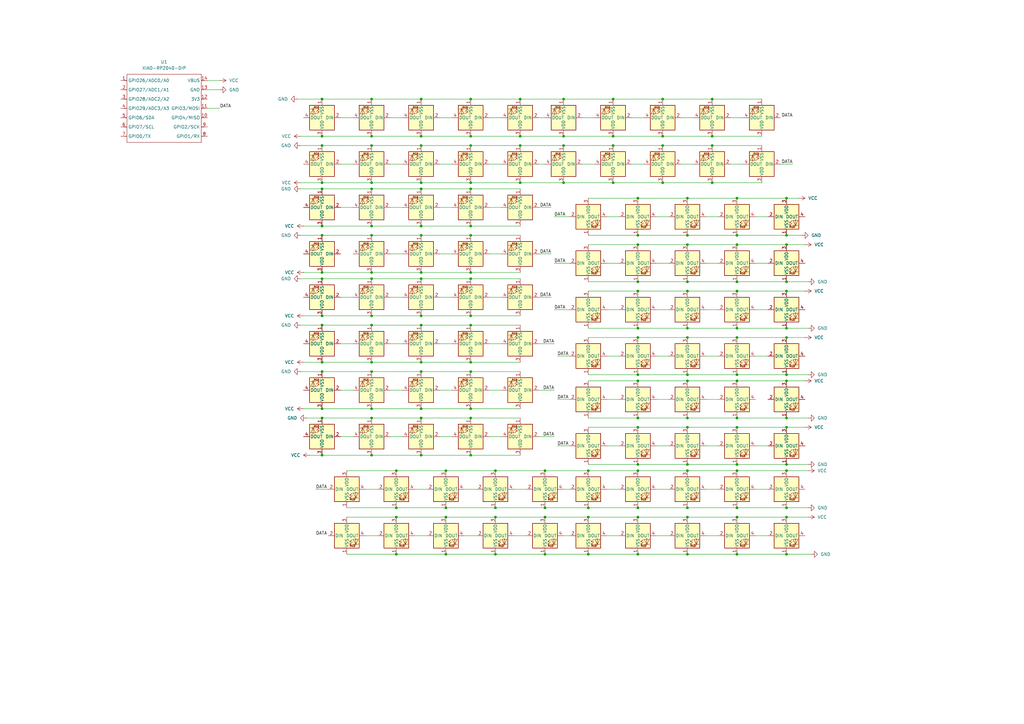
<source format=kicad_sch>
(kicad_sch (version 20250114) (generator "eeschema") (generator_version "9.0")
  (paper "A3")
  (junction (at 193.04 74.93))
  (junction (at 172.72 148.59))
  (junction (at 271.78 74.93))
  (junction (at 261.62 100.33))
  (junction (at 261.62 134.62))
  (junction (at 172.72 92.71))
  (junction (at 231.14 40.64))
  (junction (at 152.4 152.4))
  (junction (at 281.94 208.28))
  (junction (at 152.4 167.64))
  (junction (at 261.62 115.57))
  (junction (at 241.3 193.04))
  (junction (at 302.26 81.28))
  (junction (at 193.04 114.3))
  (junction (at 281.94 138.43))
  (junction (at 162.56 212.09))
  (junction (at 132.08 186.69))
  (junction (at 322.58 81.28))
  (junction (at 261.62 190.5))
  (junction (at 193.04 129.54))
  (junction (at 292.1 59.69))
  (junction (at 302.26 171.45))
  (junction (at 172.72 40.64))
  (junction (at 152.4 96.52))
  (junction (at 132.08 55.88))
  (junction (at 281.94 190.5))
  (junction (at 281.94 212.09))
  (junction (at 213.36 55.88))
  (junction (at 132.08 133.35))
  (junction (at 162.56 193.04))
  (junction (at 261.62 156.21))
  (junction (at 193.04 55.88))
  (junction (at 322.58 212.09))
  (junction (at 302.26 153.67))
  (junction (at 322.58 134.62))
  (junction (at 281.94 171.45))
  (junction (at 261.62 227.33))
  (junction (at 172.72 167.64))
  (junction (at 203.2 227.33))
  (junction (at 132.08 148.59))
  (junction (at 241.3 208.28))
  (junction (at 152.4 186.69))
  (junction (at 292.1 40.64))
  (junction (at 322.58 171.45))
  (junction (at 152.4 92.71))
  (junction (at 193.04 77.47))
  (junction (at 302.26 115.57))
  (junction (at 251.46 55.88))
  (junction (at 281.94 115.57))
  (junction (at 241.3 227.33))
  (junction (at 213.36 74.93))
  (junction (at 223.52 193.04))
  (junction (at 302.26 175.26))
  (junction (at 152.4 74.93))
  (junction (at 152.4 133.35))
  (junction (at 231.14 59.69))
  (junction (at 172.72 133.35))
  (junction (at 172.72 77.47))
  (junction (at 281.94 193.04))
  (junction (at 223.52 227.33))
  (junction (at 292.1 74.93))
  (junction (at 261.62 119.38))
  (junction (at 182.88 193.04))
  (junction (at 322.58 153.67))
  (junction (at 132.08 92.71))
  (junction (at 193.04 133.35))
  (junction (at 193.04 111.76))
  (junction (at 302.26 96.52))
  (junction (at 213.36 40.64))
  (junction (at 172.72 96.52))
  (junction (at 213.36 59.69))
  (junction (at 281.94 156.21))
  (junction (at 322.58 115.57))
  (junction (at 251.46 40.64))
  (junction (at 231.14 74.93))
  (junction (at 182.88 227.33))
  (junction (at 271.78 55.88))
  (junction (at 152.4 148.59))
  (junction (at 261.62 212.09))
  (junction (at 281.94 96.52))
  (junction (at 182.88 212.09))
  (junction (at 302.26 100.33))
  (junction (at 152.4 114.3))
  (junction (at 302.26 227.33))
  (junction (at 261.62 193.04))
  (junction (at 251.46 59.69))
  (junction (at 203.2 212.09))
  (junction (at 172.72 171.45))
  (junction (at 132.08 171.45))
  (junction (at 152.4 40.64))
  (junction (at 261.62 153.67))
  (junction (at 152.4 171.45))
  (junction (at 162.56 208.28))
  (junction (at 261.62 171.45))
  (junction (at 132.08 77.47))
  (junction (at 193.04 171.45))
  (junction (at 162.56 227.33))
  (junction (at 172.72 186.69))
  (junction (at 152.4 55.88))
  (junction (at 132.08 167.64))
  (junction (at 281.94 119.38))
  (junction (at 132.08 59.69))
  (junction (at 193.04 186.69))
  (junction (at 193.04 152.4))
  (junction (at 281.94 227.33))
  (junction (at 152.4 129.54))
  (junction (at 292.1 55.88))
  (junction (at 271.78 59.69))
  (junction (at 322.58 138.43))
  (junction (at 223.52 208.28))
  (junction (at 241.3 212.09))
  (junction (at 302.26 208.28))
  (junction (at 261.62 138.43))
  (junction (at 302.26 156.21))
  (junction (at 281.94 100.33))
  (junction (at 132.08 129.54))
  (junction (at 271.78 40.64))
  (junction (at 132.08 40.64))
  (junction (at 152.4 77.47))
  (junction (at 132.08 114.3))
  (junction (at 281.94 175.26))
  (junction (at 322.58 208.28))
  (junction (at 322.58 190.5))
  (junction (at 193.04 148.59))
  (junction (at 172.72 129.54))
  (junction (at 322.58 193.04))
  (junction (at 172.72 114.3))
  (junction (at 132.08 74.93))
  (junction (at 261.62 208.28))
  (junction (at 193.04 59.69))
  (junction (at 193.04 96.52))
  (junction (at 281.94 153.67))
  (junction (at 302.26 119.38))
  (junction (at 281.94 134.62))
  (junction (at 322.58 156.21))
  (junction (at 172.72 59.69))
  (junction (at 322.58 175.26))
  (junction (at 322.58 96.52))
  (junction (at 203.2 208.28))
  (junction (at 132.08 111.76))
  (junction (at 251.46 74.93))
  (junction (at 203.2 193.04))
  (junction (at 172.72 111.76))
  (junction (at 302.26 190.5))
  (junction (at 261.62 81.28))
  (junction (at 223.52 212.09))
  (junction (at 152.4 111.76))
  (junction (at 182.88 208.28))
  (junction (at 231.14 55.88))
  (junction (at 322.58 100.33))
  (junction (at 193.04 40.64))
  (junction (at 152.4 59.69))
  (junction (at 302.26 193.04))
  (junction (at 302.26 134.62))
  (junction (at 281.94 81.28))
  (junction (at 261.62 96.52))
  (junction (at 261.62 175.26))
  (junction (at 322.58 227.33))
  (junction (at 132.08 96.52))
  (junction (at 193.04 167.64))
  (junction (at 302.26 212.09))
  (junction (at 132.08 152.4))
  (junction (at 172.72 74.93))
  (junction (at 172.72 152.4))
  (junction (at 322.58 119.38))
  (junction (at 193.04 92.71))
  (junction (at 302.26 138.43))
  (junction (at 172.72 55.88))
  (wire (pts (xy 213.36 171.45) (xy 193.04 171.45)))
  (wire (pts (xy 302.26 81.28) (xy 322.58 81.28)))
  (wire (pts (xy 241.3 175.26) (xy 261.62 175.26)))
  (wire (pts (xy 302.26 153.67) (xy 322.58 153.67)))
  (wire (pts (xy 142.24 193.04) (xy 162.56 193.04)))
  (wire (pts (xy 213.36 129.54) (xy 193.04 129.54)))
  (wire (pts (xy 289.56 219.71) (xy 294.64 219.71)))
  (wire (pts (xy 226.06 104.14) (xy 220.98 104.14)))
  (wire (pts (xy 132.08 74.93) (xy 123.19 74.93)))
  (wire (pts (xy 152.4 114.3) (xy 132.08 114.3)))
  (wire (pts (xy 281.94 156.21) (xy 302.26 156.21)))
  (wire (pts (xy 261.62 212.09) (xy 281.94 212.09)))
  (wire (pts (xy 241.3 153.67) (xy 261.62 153.67)))
  (wire (pts (xy 248.92 146.05) (xy 254 146.05)))
  (wire (pts (xy 193.04 152.4) (xy 172.72 152.4)))
  (wire (pts (xy 322.58 227.33) (xy 332.74 227.33)))
  (wire (pts (xy 213.36 186.69) (xy 193.04 186.69)))
  (wire (pts (xy 132.08 96.52) (xy 123.19 96.52)))
  (wire (pts (xy 269.24 127) (xy 274.32 127)))
  (wire (pts (xy 261.62 190.5) (xy 281.94 190.5)))
  (wire (pts (xy 281.94 81.28) (xy 302.26 81.28)))
  (wire (pts (xy 144.78 140.97) (xy 139.7 140.97)))
  (wire (pts (xy 302.26 175.26) (xy 322.58 175.26)))
  (wire (pts (xy 261.62 134.62) (xy 281.94 134.62)))
  (wire (pts (xy 227.33 88.9) (xy 233.68 88.9)))
  (wire (pts (xy 261.62 81.28) (xy 281.94 81.28)))
  (wire (pts (xy 132.08 129.54) (xy 124.46 129.54)))
  (wire (pts (xy 281.94 119.38) (xy 302.26 119.38)))
  (wire (pts (xy 193.04 111.76) (xy 172.72 111.76)))
  (wire (pts (xy 193.04 148.59) (xy 172.72 148.59)))
  (wire (pts (xy 205.74 104.14) (xy 200.66 104.14)))
  (wire (pts (xy 152.4 92.71) (xy 132.08 92.71)))
  (wire (pts (xy 193.04 74.93) (xy 172.72 74.93)))
  (wire (pts (xy 241.3 208.28) (xy 261.62 208.28)))
  (wire (pts (xy 172.72 77.47) (xy 152.4 77.47)))
  (wire (pts (xy 132.08 111.76) (xy 124.46 111.76)))
  (wire (pts (xy 228.6 182.88) (xy 233.68 182.88)))
  (wire (pts (xy 284.48 67.31) (xy 279.4 67.31)))
  (wire (pts (xy 193.04 167.64) (xy 172.72 167.64)))
  (wire (pts (xy 289.56 88.9) (xy 294.64 88.9)))
  (wire (pts (xy 152.4 186.69) (xy 132.08 186.69)))
  (wire (pts (xy 213.36 167.64) (xy 193.04 167.64)))
  (wire (pts (xy 132.08 152.4) (xy 123.19 152.4)))
  (wire (pts (xy 193.04 129.54) (xy 172.72 129.54)))
  (wire (pts (xy 205.74 85.09) (xy 200.66 85.09)))
  (wire (pts (xy 228.6 163.83) (xy 233.68 163.83)))
  (wire (pts (xy 152.4 59.69) (xy 132.08 59.69)))
  (wire (pts (xy 264.16 48.26) (xy 259.08 48.26)))
  (wire (pts (xy 165.1 121.92) (xy 160.02 121.92)))
  (wire (pts (xy 322.58 100.33) (xy 330.2 100.33)))
  (wire (pts (xy 172.72 171.45) (xy 152.4 171.45)))
  (wire (pts (xy 172.72 152.4) (xy 152.4 152.4)))
  (wire (pts (xy 261.62 156.21) (xy 281.94 156.21)))
  (wire (pts (xy 165.1 140.97) (xy 160.02 140.97)))
  (wire (pts (xy 302.26 156.21) (xy 322.58 156.21)))
  (wire (pts (xy 152.4 148.59) (xy 132.08 148.59)))
  (wire (pts (xy 292.1 55.88) (xy 271.78 55.88)))
  (wire (pts (xy 213.36 77.47) (xy 193.04 77.47)))
  (wire (pts (xy 241.3 193.04) (xy 261.62 193.04)))
  (wire (pts (xy 271.78 59.69) (xy 251.46 59.69)))
  (wire (pts (xy 284.48 48.26) (xy 279.4 48.26)))
  (wire (pts (xy 182.88 208.28) (xy 203.2 208.28)))
  (wire (pts (xy 152.4 55.88) (xy 132.08 55.88)))
  (wire (pts (xy 172.72 133.35) (xy 152.4 133.35)))
  (wire (pts (xy 152.4 129.54) (xy 132.08 129.54)))
  (wire (pts (xy 182.88 212.09) (xy 203.2 212.09)))
  (wire (pts (xy 289.56 146.05) (xy 294.64 146.05)))
  (wire (pts (xy 325.12 67.31) (xy 320.04 67.31)))
  (wire (pts (xy 144.78 179.07) (xy 139.7 179.07)))
  (wire (pts (xy 152.4 111.76) (xy 132.08 111.76)))
  (wire (pts (xy 165.1 85.09) (xy 160.02 85.09)))
  (wire (pts (xy 289.56 127) (xy 294.64 127)))
  (wire (pts (xy 231.14 40.64) (xy 213.36 40.64)))
  (wire (pts (xy 302.26 227.33) (xy 322.58 227.33)))
  (wire (pts (xy 261.62 193.04) (xy 281.94 193.04)))
  (wire (pts (xy 322.58 96.52) (xy 328.93 96.52)))
  (wire (pts (xy 162.56 227.33) (xy 182.88 227.33)))
  (wire (pts (xy 322.58 175.26) (xy 330.2 175.26)))
  (wire (pts (xy 129.54 200.66) (xy 134.62 200.66)))
  (wire (pts (xy 292.1 40.64) (xy 271.78 40.64)))
  (wire (pts (xy 281.94 100.33) (xy 302.26 100.33)))
  (wire (pts (xy 271.78 40.64) (xy 251.46 40.64)))
  (wire (pts (xy 185.42 48.26) (xy 180.34 48.26)))
  (wire (pts (xy 223.52 208.28) (xy 241.3 208.28)))
  (wire (pts (xy 165.1 48.26) (xy 160.02 48.26)))
  (wire (pts (xy 231.14 55.88) (xy 213.36 55.88)))
  (wire (pts (xy 152.4 133.35) (xy 132.08 133.35)))
  (wire (pts (xy 241.3 156.21) (xy 261.62 156.21)))
  (wire (pts (xy 144.78 48.26) (xy 139.7 48.26)))
  (wire (pts (xy 302.26 100.33) (xy 322.58 100.33)))
  (wire (pts (xy 149.86 200.66) (xy 154.94 200.66)))
  (wire (pts (xy 185.42 160.02) (xy 180.34 160.02)))
  (wire (pts (xy 213.36 148.59) (xy 193.04 148.59)))
  (wire (pts (xy 241.3 81.28) (xy 261.62 81.28)))
  (wire (pts (xy 162.56 212.09) (xy 182.88 212.09)))
  (wire (pts (xy 193.04 59.69) (xy 172.72 59.69)))
  (wire (pts (xy 165.1 160.02) (xy 160.02 160.02)))
  (wire (pts (xy 172.72 74.93) (xy 152.4 74.93)))
  (wire (pts (xy 231.14 219.71) (xy 233.68 219.71)))
  (wire (pts (xy 213.36 133.35) (xy 193.04 133.35)))
  (wire (pts (xy 289.56 107.95) (xy 294.64 107.95)))
  (wire (pts (xy 185.42 104.14) (xy 180.34 104.14)))
  (wire (pts (xy 289.56 163.83) (xy 294.64 163.83)))
  (wire (pts (xy 248.92 182.88) (xy 254 182.88)))
  (wire (pts (xy 269.24 163.83) (xy 274.32 163.83)))
  (wire (pts (xy 261.62 175.26) (xy 281.94 175.26)))
  (wire (pts (xy 85.09 33.02) (xy 90.17 33.02)))
  (wire (pts (xy 269.24 107.95) (xy 274.32 107.95)))
  (wire (pts (xy 165.1 104.14) (xy 160.02 104.14)))
  (wire (pts (xy 281.94 193.04) (xy 302.26 193.04)))
  (wire (pts (xy 231.14 59.69) (xy 213.36 59.69)))
  (wire (pts (xy 205.74 121.92) (xy 200.66 121.92)))
  (wire (pts (xy 213.36 114.3) (xy 193.04 114.3)))
  (wire (pts (xy 213.36 40.64) (xy 193.04 40.64)))
  (wire (pts (xy 269.24 146.05) (xy 274.32 146.05)))
  (wire (pts (xy 193.04 114.3) (xy 172.72 114.3)))
  (wire (pts (xy 132.08 77.47) (xy 123.19 77.47)))
  (wire (pts (xy 251.46 74.93) (xy 231.14 74.93)))
  (wire (pts (xy 182.88 227.33) (xy 203.2 227.33)))
  (wire (pts (xy 322.58 153.67) (xy 331.47 153.67)))
  (wire (pts (xy 132.08 55.88) (xy 123.19 55.88)))
  (wire (pts (xy 251.46 40.64) (xy 231.14 40.64)))
  (wire (pts (xy 309.88 127) (xy 314.96 127)))
  (wire (pts (xy 302.26 171.45) (xy 322.58 171.45)))
  (wire (pts (xy 261.62 227.33) (xy 281.94 227.33)))
  (wire (pts (xy 205.74 179.07) (xy 200.66 179.07)))
  (wire (pts (xy 281.94 171.45) (xy 302.26 171.45)))
  (wire (pts (xy 185.42 67.31) (xy 180.34 67.31)))
  (wire (pts (xy 292.1 74.93) (xy 271.78 74.93)))
  (wire (pts (xy 322.58 138.43) (xy 330.2 138.43)))
  (wire (pts (xy 85.09 36.83) (xy 90.17 36.83)))
  (wire (pts (xy 172.72 96.52) (xy 152.4 96.52)))
  (wire (pts (xy 248.92 163.83) (xy 254 163.83)))
  (wire (pts (xy 271.78 55.88) (xy 251.46 55.88)))
  (wire (pts (xy 185.42 121.92) (xy 180.34 121.92)))
  (wire (pts (xy 223.52 48.26) (xy 220.98 48.26)))
  (wire (pts (xy 213.36 111.76) (xy 193.04 111.76)))
  (wire (pts (xy 185.42 85.09) (xy 180.34 85.09)))
  (wire (pts (xy 210.82 219.71) (xy 215.9 219.71)))
  (wire (pts (xy 241.3 96.52) (xy 261.62 96.52)))
  (wire (pts (xy 269.24 182.88) (xy 274.32 182.88)))
  (wire (pts (xy 185.42 140.97) (xy 180.34 140.97)))
  (wire (pts (xy 132.08 92.71) (xy 124.46 92.71)))
  (wire (pts (xy 223.52 227.33) (xy 241.3 227.33)))
  (wire (pts (xy 248.92 107.95) (xy 254 107.95)))
  (wire (pts (xy 322.58 212.09) (xy 331.47 212.09)))
  (wire (pts (xy 132.08 171.45) (xy 125.73 171.45)))
  (wire (pts (xy 302.26 193.04) (xy 322.58 193.04)))
  (wire (pts (xy 231.14 74.93) (xy 213.36 74.93)))
  (wire (pts (xy 243.84 67.31) (xy 238.76 67.31)))
  (wire (pts (xy 165.1 67.31) (xy 160.02 67.31)))
  (wire (pts (xy 302.26 96.52) (xy 322.58 96.52)))
  (wire (pts (xy 172.72 167.64) (xy 152.4 167.64)))
  (wire (pts (xy 241.3 227.33) (xy 261.62 227.33)))
  (wire (pts (xy 309.88 182.88) (xy 314.96 182.88)))
  (wire (pts (xy 312.42 74.93) (xy 292.1 74.93)))
  (wire (pts (xy 241.3 171.45) (xy 261.62 171.45)))
  (wire (pts (xy 203.2 208.28) (xy 223.52 208.28)))
  (wire (pts (xy 309.88 88.9) (xy 314.96 88.9)))
  (wire (pts (xy 251.46 55.88) (xy 231.14 55.88)))
  (wire (pts (xy 322.58 171.45) (xy 331.47 171.45)))
  (wire (pts (xy 132.08 59.69) (xy 123.19 59.69)))
  (wire (pts (xy 193.04 77.47) (xy 172.72 77.47)))
  (wire (pts (xy 152.4 74.93) (xy 132.08 74.93)))
  (wire (pts (xy 227.33 179.07) (xy 220.98 179.07)))
  (wire (pts (xy 241.3 190.5) (xy 261.62 190.5)))
  (wire (pts (xy 144.78 85.09) (xy 139.7 85.09)))
  (wire (pts (xy 132.08 114.3) (xy 123.19 114.3)))
  (wire (pts (xy 205.74 67.31) (xy 200.66 67.31)))
  (wire (pts (xy 132.08 133.35) (xy 123.19 133.35)))
  (wire (pts (xy 213.36 55.88) (xy 193.04 55.88)))
  (wire (pts (xy 85.09 44.45) (xy 90.17 44.45)))
  (wire (pts (xy 172.72 129.54) (xy 152.4 129.54)))
  (wire (pts (xy 281.94 175.26) (xy 302.26 175.26)))
  (wire (pts (xy 261.62 138.43) (xy 281.94 138.43)))
  (wire (pts (xy 193.04 40.64) (xy 172.72 40.64)))
  (wire (pts (xy 203.2 212.09) (xy 223.52 212.09)))
  (wire (pts (xy 312.42 40.64) (xy 292.1 40.64)))
  (wire (pts (xy 172.72 59.69) (xy 152.4 59.69)))
  (wire (pts (xy 241.3 115.57) (xy 261.62 115.57)))
  (wire (pts (xy 261.62 171.45) (xy 281.94 171.45)))
  (wire (pts (xy 132.08 186.69) (xy 127 186.69)))
  (wire (pts (xy 152.4 167.64) (xy 132.08 167.64)))
  (wire (pts (xy 243.84 48.26) (xy 238.76 48.26)))
  (wire (pts (xy 182.88 193.04) (xy 203.2 193.04)))
  (wire (pts (xy 248.92 88.9) (xy 254 88.9)))
  (wire (pts (xy 271.78 74.93) (xy 251.46 74.93)))
  (wire (pts (xy 223.52 212.09) (xy 241.3 212.09)))
  (wire (pts (xy 142.24 212.09) (xy 162.56 212.09)))
  (wire (pts (xy 248.92 219.71) (xy 254 219.71)))
  (wire (pts (xy 170.18 200.66) (xy 175.26 200.66)))
  (wire (pts (xy 281.94 190.5) (xy 302.26 190.5)))
  (wire (pts (xy 289.56 200.66) (xy 294.64 200.66)))
  (wire (pts (xy 223.52 67.31) (xy 220.98 67.31)))
  (wire (pts (xy 302.26 208.28) (xy 322.58 208.28)))
  (wire (pts (xy 152.4 96.52) (xy 132.08 96.52)))
  (wire (pts (xy 322.58 81.28) (xy 327.66 81.28)))
  (wire (pts (xy 149.86 219.71) (xy 154.94 219.71)))
  (wire (pts (xy 190.5 200.66) (xy 195.58 200.66)))
  (wire (pts (xy 193.04 133.35) (xy 172.72 133.35)))
  (wire (pts (xy 281.94 138.43) (xy 302.26 138.43)))
  (wire (pts (xy 228.6 146.05) (xy 233.68 146.05)))
  (wire (pts (xy 302.26 190.5) (xy 322.58 190.5)))
  (wire (pts (xy 152.4 40.64) (xy 132.08 40.64)))
  (wire (pts (xy 144.78 160.02) (xy 139.7 160.02)))
  (wire (pts (xy 248.92 127) (xy 254 127)))
  (wire (pts (xy 205.74 160.02) (xy 200.66 160.02)))
  (wire (pts (xy 227.33 160.02) (xy 220.98 160.02)))
  (wire (pts (xy 241.3 212.09) (xy 261.62 212.09)))
  (wire (pts (xy 322.58 134.62) (xy 331.47 134.62)))
  (wire (pts (xy 193.04 96.52) (xy 172.72 96.52)))
  (wire (pts (xy 210.82 200.66) (xy 215.9 200.66)))
  (wire (pts (xy 170.18 219.71) (xy 175.26 219.71)))
  (wire (pts (xy 213.36 152.4) (xy 193.04 152.4)))
  (wire (pts (xy 304.8 67.31) (xy 299.72 67.31)))
  (wire (pts (xy 193.04 186.69) (xy 172.72 186.69)))
  (wire (pts (xy 152.4 171.45) (xy 132.08 171.45)))
  (wire (pts (xy 281.94 115.57) (xy 302.26 115.57)))
  (wire (pts (xy 213.36 59.69) (xy 193.04 59.69)))
  (wire (pts (xy 304.8 48.26) (xy 299.72 48.26)))
  (wire (pts (xy 227.33 107.95) (xy 233.68 107.95)))
  (wire (pts (xy 193.04 55.88) (xy 172.72 55.88)))
  (wire (pts (xy 261.62 100.33) (xy 281.94 100.33)))
  (wire (pts (xy 227.33 140.97) (xy 220.98 140.97)))
  (wire (pts (xy 132.08 148.59) (xy 124.46 148.59)))
  (wire (pts (xy 269.24 88.9) (xy 274.32 88.9)))
  (wire (pts (xy 281.94 134.62) (xy 302.26 134.62)))
  (wire (pts (xy 185.42 179.07) (xy 180.34 179.07)))
  (wire (pts (xy 241.3 119.38) (xy 261.62 119.38)))
  (wire (pts (xy 302.26 212.09) (xy 322.58 212.09)))
  (wire (pts (xy 152.4 152.4) (xy 132.08 152.4)))
  (wire (pts (xy 165.1 179.07) (xy 160.02 179.07)))
  (wire (pts (xy 248.92 200.66) (xy 254 200.66)))
  (wire (pts (xy 281.94 227.33) (xy 302.26 227.33)))
  (wire (pts (xy 172.72 111.76) (xy 152.4 111.76)))
  (wire (pts (xy 309.88 146.05) (xy 314.96 146.05)))
  (wire (pts (xy 213.36 74.93) (xy 193.04 74.93)))
  (wire (pts (xy 162.56 193.04) (xy 182.88 193.04)))
  (wire (pts (xy 227.33 127) (xy 233.68 127)))
  (wire (pts (xy 309.88 200.66) (xy 314.96 200.66)))
  (wire (pts (xy 162.56 208.28) (xy 182.88 208.28)))
  (wire (pts (xy 172.72 55.88) (xy 152.4 55.88)))
  (wire (pts (xy 281.94 208.28) (xy 302.26 208.28)))
  (wire (pts (xy 223.52 193.04) (xy 241.3 193.04)))
  (wire (pts (xy 241.3 134.62) (xy 261.62 134.62)))
  (wire (pts (xy 302.26 134.62) (xy 322.58 134.62)))
  (wire (pts (xy 309.88 107.95) (xy 314.96 107.95)))
  (wire (pts (xy 302.26 119.38) (xy 322.58 119.38)))
  (wire (pts (xy 322.58 119.38) (xy 330.2 119.38)))
  (wire (pts (xy 312.42 55.88) (xy 292.1 55.88)))
  (wire (pts (xy 193.04 92.71) (xy 172.72 92.71)))
  (wire (pts (xy 322.58 115.57) (xy 331.47 115.57)))
  (wire (pts (xy 144.78 67.31) (xy 139.7 67.31)))
  (wire (pts (xy 281.94 96.52) (xy 302.26 96.52)))
  (wire (pts (xy 226.06 85.09) (xy 220.98 85.09)))
  (wire (pts (xy 241.3 138.43) (xy 261.62 138.43)))
  (wire (pts (xy 203.2 227.33) (xy 223.52 227.33)))
  (wire (pts (xy 302.26 138.43) (xy 322.58 138.43)))
  (wire (pts (xy 172.72 40.64) (xy 152.4 40.64)))
  (wire (pts (xy 322.58 156.21) (xy 330.2 156.21)))
  (wire (pts (xy 205.74 48.26) (xy 200.66 48.26)))
  (wire (pts (xy 213.36 96.52) (xy 193.04 96.52)))
  (wire (pts (xy 172.72 114.3) (xy 152.4 114.3)))
  (wire (pts (xy 322.58 208.28) (xy 331.47 208.28)))
  (wire (pts (xy 142.24 208.28) (xy 162.56 208.28)))
  (wire (pts (xy 289.56 182.88) (xy 294.64 182.88)))
  (wire (pts (xy 172.72 148.59) (xy 152.4 148.59)))
  (wire (pts (xy 261.62 119.38) (xy 281.94 119.38)))
  (wire (pts (xy 292.1 59.69) (xy 271.78 59.69)))
  (wire (pts (xy 312.42 59.69) (xy 292.1 59.69)))
  (wire (pts (xy 269.24 200.66) (xy 274.32 200.66)))
  (wire (pts (xy 261.62 153.67) (xy 281.94 153.67)))
  (wire (pts (xy 205.74 140.97) (xy 200.66 140.97)))
  (wire (pts (xy 251.46 59.69) (xy 231.14 59.69)))
  (wire (pts (xy 261.62 115.57) (xy 281.94 115.57)))
  (wire (pts (xy 172.72 92.71) (xy 152.4 92.71)))
  (wire (pts (xy 132.08 167.64) (xy 124.46 167.64)))
  (wire (pts (xy 132.08 40.64) (xy 121.92 40.64)))
  (wire (pts (xy 261.62 208.28) (xy 281.94 208.28)))
  (wire (pts (xy 172.72 186.69) (xy 152.4 186.69)))
  (wire (pts (xy 190.5 219.71) (xy 195.58 219.71)))
  (wire (pts (xy 322.58 193.04) (xy 331.47 193.04)))
  (wire (pts (xy 226.06 121.92) (xy 220.98 121.92)))
  (wire (pts (xy 264.16 67.31) (xy 259.08 67.31)))
  (wire (pts (xy 152.4 77.47) (xy 132.08 77.47)))
  (wire (pts (xy 213.36 92.71) (xy 193.04 92.71)))
  (wire (pts (xy 261.62 96.52) (xy 281.94 96.52)))
  (wire (pts (xy 322.58 190.5) (xy 331.47 190.5)))
  (wire (pts (xy 193.04 171.45) (xy 172.72 171.45)))
  (wire (pts (xy 302.26 115.57) (xy 322.58 115.57)))
  (wire (pts (xy 281.94 212.09) (xy 302.26 212.09)))
  (wire (pts (xy 281.94 153.67) (xy 302.26 153.67)))
  (wire (pts (xy 142.24 227.33) (xy 162.56 227.33)))
  (wire (pts (xy 144.78 121.92) (xy 139.7 121.92)))
  (wire (pts (xy 241.3 100.33) (xy 261.62 100.33)))
  (wire (pts (xy 269.24 219.71) (xy 274.32 219.71)))
  (wire (pts (xy 309.88 219.71) (xy 314.96 219.71)))
  (wire (pts (xy 203.2 193.04) (xy 223.52 193.04)))
  (wire (pts (xy 231.14 200.66) (xy 233.68 200.66)))
  (label "DATA" (at 228.6 182.88 0))
  (label "DATA" (at 129.54 219.71 0))
  (label "DATA" (at 226.06 121.92 180))
  (label "DATA" (at 227.33 107.95 0))
  (label "DATA" (at 129.54 200.66 0))
  (label "DATA" (at 325.12 67.31 180))
  (label "DATA" (at 227.33 88.9 0))
  (label "DATA" (at 228.6 146.05 0))
  (label "DATA" (at 227.33 179.07 180))
  (label "DATA" (at 226.06 85.09 180))
  (label "DATA" (at 228.6 163.83 0))
  (label "DATA" (at 90.17 44.45 0))
  (label "DATA" (at 325.12 48.26 180))
  (label "DATA" (at 226.06 104.14 180))
  (label "DATA" (at 227.33 160.02 180))
  (label "DATA" (at 227.33 140.97 180))
  (label "DATA" (at 227.33 127 0))
  (symbol (lib_id "LED:SK6812") (at 152.4 160.02 180) (unit 1)
    (property "Reference" "D86" (effects (hide yes)))
    (property "Value" "SK6812" (effects (hide yes)))
    (property "Footprint" "LED_SMD:LED_SK6812_PLCC4_5.0x5.0mm_P3.2mm" (effects (hide yes)))
    (property "Datasheet" "https://cdn-shop.adafruit.com/product-files/1138/SK6812+LED+datasheet+.pdf" (effects (hide yes)))
    (property "Description" "RGB LED with integrated controller" (effects (hide yes)))
  )
  (symbol (lib_id "power:GND") (at 331.47 190.5 90) (unit 1)
    (property "Reference" "#PWR014" (effects (hide yes)))
    (property "Value" "GND" (at 335.28 190.4999 90) (effects (justify right)))
    (property "Description" "Power symbol creates a global label with name \"GND\" , ground" (effects (hide yes)))
  )
  (symbol (lib_id "LED:SK6812") (at 193.04 85.09 180) (unit 1)
    (property "Reference" "D74" (effects (hide yes)))
    (property "Value" "SK6812" (effects (hide yes)))
    (property "Footprint" "LED_SMD:LED_SK6812_PLCC4_5.0x5.0mm_P3.2mm" (effects (hide yes)))
    (property "Datasheet" "https://cdn-shop.adafruit.com/product-files/1138/SK6812+LED+datasheet+.pdf" (effects (hide yes)))
    (property "Description" "RGB LED with integrated controller" (effects (hide yes)))
  )
  (symbol (lib_id "LED:SK6812") (at 132.08 160.02 180) (unit 1)
    (property "Reference" "D94" (effects (hide yes)))
    (property "Value" "SK6812" (effects (hide yes)))
    (property "Footprint" "LED_SMD:LED_SK6812_PLCC4_5.0x5.0mm_P3.2mm" (effects (hide yes)))
    (property "Datasheet" "https://cdn-shop.adafruit.com/product-files/1138/SK6812+LED+datasheet+.pdf" (effects (hide yes)))
    (property "Description" "RGB LED with integrated controller" (effects (hide yes)))
  )
  (symbol (lib_id "LED:SK6812") (at 193.04 160.02 180) (unit 1)
    (property "Reference" "D70" (effects (hide yes)))
    (property "Value" "SK6812" (effects (hide yes)))
    (property "Footprint" "LED_SMD:LED_SK6812_PLCC4_5.0x5.0mm_P3.2mm" (effects (hide yes)))
    (property "Datasheet" "https://cdn-shop.adafruit.com/product-files/1138/SK6812+LED+datasheet+.pdf" (effects (hide yes)))
    (property "Description" "RGB LED with integrated controller" (effects (hide yes)))
  )
  (symbol (lib_id "LED:SK6812") (at 281.94 107.95 0) (unit 1)
    (property "Reference" "D8" (effects (hide yes)))
    (property "Value" "SK6812" (effects (hide yes)))
    (property "Footprint" "LED_SMD:LED_SK6812_PLCC4_5.0x5.0mm_P3.2mm" (effects (hide yes)))
    (property "Datasheet" "https://cdn-shop.adafruit.com/product-files/1138/SK6812+LED+datasheet+.pdf" (effects (hide yes)))
    (property "Description" "RGB LED with integrated controller" (effects (hide yes)))
  )
  (symbol (lib_id "LED:SK6812") (at 322.58 200.66 0) (unit 1)
    (property "Reference" "D39" (effects (hide yes)))
    (property "Value" "SK6812" (effects (hide yes)))
    (property "Footprint" "LED_SMD:LED_SK6812_PLCC4_5.0x5.0mm_P3.2mm" (effects (hide yes)))
    (property "Datasheet" "https://cdn-shop.adafruit.com/product-files/1138/SK6812+LED+datasheet+.pdf" (effects (hide yes)))
    (property "Description" "RGB LED with integrated controller" (effects (hide yes)))
  )
  (symbol (lib_id "LED:SK6812") (at 261.62 127 0) (unit 1)
    (property "Reference" "D13" (effects (hide yes)))
    (property "Value" "SK6812" (effects (hide yes)))
    (property "Footprint" "LED_SMD:LED_SK6812_PLCC4_5.0x5.0mm_P3.2mm" (effects (hide yes)))
    (property "Datasheet" "https://cdn-shop.adafruit.com/product-files/1138/SK6812+LED+datasheet+.pdf" (effects (hide yes)))
    (property "Description" "RGB LED with integrated controller" (effects (hide yes)))
  )
  (symbol (lib_id "LED:SK6812") (at 193.04 48.26 180) (unit 1)
    (property "Reference" "D76" (effects (hide yes)))
    (property "Value" "SK6812" (effects (hide yes)))
    (property "Footprint" "LED_SMD:LED_SK6812_PLCC4_5.0x5.0mm_P3.2mm" (effects (hide yes)))
    (property "Datasheet" "https://cdn-shop.adafruit.com/product-files/1138/SK6812+LED+datasheet+.pdf" (effects (hide yes)))
    (property "Description" "RGB LED with integrated controller" (effects (hide yes)))
  )
  (symbol (lib_id "LED:SK6812") (at 281.94 127 0) (unit 1)
    (property "Reference" "D15" (effects (hide yes)))
    (property "Value" "SK6812" (effects (hide yes)))
    (property "Footprint" "LED_SMD:LED_SK6812_PLCC4_5.0x5.0mm_P3.2mm" (effects (hide yes)))
    (property "Datasheet" "https://cdn-shop.adafruit.com/product-files/1138/SK6812+LED+datasheet+.pdf" (effects (hide yes)))
    (property "Description" "RGB LED with integrated controller" (effects (hide yes)))
  )
  (symbol (lib_id "power:GND") (at 331.47 208.28 90) (unit 1)
    (property "Reference" "#PWR015" (effects (hide yes)))
    (property "Value" "GND" (at 335.28 208.2799 90) (effects (justify right)))
    (property "Description" "Power symbol creates a global label with name \"GND\" , ground" (effects (hide yes)))
  )
  (symbol (lib_id "power:VCC") (at 127 186.69 90) (unit 1)
    (property "Reference" "#PWR019" (effects (hide yes)))
    (property "Value" "VCC" (at 123.19 186.6901 90) (effects (justify left)))
    (property "Description" "Power symbol creates a global label with name \"VCC\"" (effects (hide yes)))
  )
  (symbol (lib_id "power:GND") (at 332.74 227.33 90) (unit 1)
    (property "Reference" "#PWR016" (effects (hide yes)))
    (property "Value" "GND" (at 336.55 227.3299 90) (effects (justify right)))
    (property "Description" "Power symbol creates a global label with name \"GND\" , ground" (effects (hide yes)))
  )
  (symbol (lib_id "LED:SK6812") (at 223.52 219.71 0) (unit 1)
    (property "Reference" "D50" (effects (hide yes)))
    (property "Value" "SK6812" (effects (hide yes)))
    (property "Footprint" "LED_SMD:LED_SK6812_PLCC4_5.0x5.0mm_P3.2mm" (effects (hide yes)))
    (property "Datasheet" "https://cdn-shop.adafruit.com/product-files/1138/SK6812+LED+datasheet+.pdf" (effects (hide yes)))
    (property "Description" "RGB LED with integrated controller" (effects (hide yes)))
  )
  (symbol (lib_id "power:VCC") (at 124.46 111.76 90) (unit 1)
    (property "Reference" "#PWR024" (effects (hide yes)))
    (property "Value" "VCC" (at 120.65 111.7601 90) (effects (justify left)))
    (property "Description" "Power symbol creates a global label with name \"VCC\"" (effects (hide yes)))
  )
  (symbol (lib_id "power:VCC") (at 330.2 156.21 270) (unit 1)
    (property "Reference" "#PWR05" (effects (hide yes)))
    (property "Value" "VCC" (at 334.01 156.2099 90) (effects (justify left)))
    (property "Description" "Power symbol creates a global label with name \"VCC\"" (effects (hide yes)))
  )
  (symbol (lib_id "LED:SK6812") (at 251.46 48.26 180) (unit 1)
    (property "Reference" "D58" (effects (hide yes)))
    (property "Value" "SK6812" (effects (hide yes)))
    (property "Footprint" "LED_SMD:LED_SK6812_PLCC4_5.0x5.0mm_P3.2mm" (effects (hide yes)))
    (property "Datasheet" "https://cdn-shop.adafruit.com/product-files/1138/SK6812+LED+datasheet+.pdf" (effects (hide yes)))
    (property "Description" "RGB LED with integrated controller" (effects (hide yes)))
  )
  (symbol (lib_id "LED:SK6812") (at 132.08 104.14 180) (unit 1)
    (property "Reference" "D97" (effects (hide yes)))
    (property "Value" "SK6812" (effects (hide yes)))
    (property "Footprint" "LED_SMD:LED_SK6812_PLCC4_5.0x5.0mm_P3.2mm" (effects (hide yes)))
    (property "Datasheet" "https://cdn-shop.adafruit.com/product-files/1138/SK6812+LED+datasheet+.pdf" (effects (hide yes)))
    (property "Description" "RGB LED with integrated controller" (effects (hide yes)))
  )
  (symbol (lib_id "Seeed_Studio_XIAO_Series:XIAO-RP2040-DIP") (at 53.34 27.94 0) (unit 1)
    (property "Reference" "U1" (at 67.31 25.4 0))
    (property "Value" "XIAO-RP2040-DIP" (at 67.31 27.94 0))
    (property "Footprint" "Seeed Studio XIAO Series Library:XIAO-RP2040-SMD" (effects (hide yes)))
  )
  (symbol (lib_id "LED:SK6812") (at 322.58 88.9 0) (unit 1)
    (property "Reference" "D5" (effects (hide yes)))
    (property "Value" "SK6812" (effects (hide yes)))
    (property "Footprint" "LED_SMD:LED_SK6812_PLCC4_5.0x5.0mm_P3.2mm" (effects (hide yes)))
    (property "Datasheet" "https://cdn-shop.adafruit.com/product-files/1138/SK6812+LED+datasheet+.pdf" (effects (hide yes)))
    (property "Description" "RGB LED with integrated controller" (effects (hide yes)))
  )
  (symbol (lib_id "power:GND") (at 331.47 115.57 90) (unit 1)
    (property "Reference" "#PWR010" (effects (hide yes)))
    (property "Value" "GND" (at 335.28 115.5699 90) (effects (justify right)))
    (property "Description" "Power symbol creates a global label with name \"GND\" , ground" (effects (hide yes)))
  )
  (symbol (lib_id "LED:SK6812") (at 152.4 67.31 180) (unit 1)
    (property "Reference" "D91" (effects (hide yes)))
    (property "Value" "SK6812" (effects (hide yes)))
    (property "Footprint" "LED_SMD:LED_SK6812_PLCC4_5.0x5.0mm_P3.2mm" (effects (hide yes)))
    (property "Datasheet" "https://cdn-shop.adafruit.com/product-files/1138/SK6812+LED+datasheet+.pdf" (effects (hide yes)))
    (property "Description" "RGB LED with integrated controller" (effects (hide yes)))
  )
  (symbol (lib_id "LED:SK6812") (at 152.4 85.09 180) (unit 1)
    (property "Reference" "D90" (effects (hide yes)))
    (property "Value" "SK6812" (effects (hide yes)))
    (property "Footprint" "LED_SMD:LED_SK6812_PLCC4_5.0x5.0mm_P3.2mm" (effects (hide yes)))
    (property "Datasheet" "https://cdn-shop.adafruit.com/product-files/1138/SK6812+LED+datasheet+.pdf" (effects (hide yes)))
    (property "Description" "RGB LED with integrated controller" (effects (hide yes)))
  )
  (symbol (lib_id "LED:SK6812") (at 302.26 200.66 0) (unit 1)
    (property "Reference" "D37" (effects (hide yes)))
    (property "Value" "SK6812" (effects (hide yes)))
    (property "Footprint" "LED_SMD:LED_SK6812_PLCC4_5.0x5.0mm_P3.2mm" (effects (hide yes)))
    (property "Datasheet" "https://cdn-shop.adafruit.com/product-files/1138/SK6812+LED+datasheet+.pdf" (effects (hide yes)))
    (property "Description" "RGB LED with integrated controller" (effects (hide yes)))
  )
  (symbol (lib_id "LED:SK6812") (at 213.36 67.31 180) (unit 1)
    (property "Reference" "D67" (effects (hide yes)))
    (property "Value" "SK6812" (effects (hide yes)))
    (property "Footprint" "LED_SMD:LED_SK6812_PLCC4_5.0x5.0mm_P3.2mm" (effects (hide yes)))
    (property "Datasheet" "https://cdn-shop.adafruit.com/product-files/1138/SK6812+LED+datasheet+.pdf" (effects (hide yes)))
    (property "Description" "RGB LED with integrated controller" (effects (hide yes)))
  )
  (symbol (lib_id "power:GND") (at 123.19 77.47 270) (unit 1)
    (property "Reference" "#PWR030" (effects (hide yes)))
    (property "Value" "GND" (at 119.38 77.4701 90) (effects (justify right)))
    (property "Description" "Power symbol creates a global label with name \"GND\" , ground" (effects (hide yes)))
  )
  (symbol (lib_id "LED:SK6812") (at 152.4 121.92 180) (unit 1)
    (property "Reference" "D88" (effects (hide yes)))
    (property "Value" "SK6812" (effects (hide yes)))
    (property "Footprint" "LED_SMD:LED_SK6812_PLCC4_5.0x5.0mm_P3.2mm" (effects (hide yes)))
    (property "Datasheet" "https://cdn-shop.adafruit.com/product-files/1138/SK6812+LED+datasheet+.pdf" (effects (hide yes)))
    (property "Description" "RGB LED with integrated controller" (effects (hide yes)))
  )
  (symbol (lib_id "LED:SK6812") (at 182.88 219.71 0) (unit 1)
    (property "Reference" "D46" (effects (hide yes)))
    (property "Value" "SK6812" (effects (hide yes)))
    (property "Footprint" "LED_SMD:LED_SK6812_PLCC4_5.0x5.0mm_P3.2mm" (effects (hide yes)))
    (property "Datasheet" "https://cdn-shop.adafruit.com/product-files/1138/SK6812+LED+datasheet+.pdf" (effects (hide yes)))
    (property "Description" "RGB LED with integrated controller" (effects (hide yes)))
  )
  (symbol (lib_id "power:VCC") (at 124.46 167.64 90) (unit 1)
    (property "Reference" "#PWR021" (effects (hide yes)))
    (property "Value" "VCC" (at 120.65 167.6401 90) (effects (justify left)))
    (property "Description" "Power symbol creates a global label with name \"VCC\"" (effects (hide yes)))
  )
  (symbol (lib_id "LED:SK6812") (at 152.4 140.97 180) (unit 1)
    (property "Reference" "D87" (effects (hide yes)))
    (property "Value" "SK6812" (effects (hide yes)))
    (property "Footprint" "LED_SMD:LED_SK6812_PLCC4_5.0x5.0mm_P3.2mm" (effects (hide yes)))
    (property "Datasheet" "https://cdn-shop.adafruit.com/product-files/1138/SK6812+LED+datasheet+.pdf" (effects (hide yes)))
    (property "Description" "RGB LED with integrated controller" (effects (hide yes)))
  )
  (symbol (lib_id "LED:SK6812") (at 281.94 182.88 0) (unit 1)
    (property "Reference" "D26" (effects (hide yes)))
    (property "Value" "SK6812" (effects (hide yes)))
    (property "Footprint" "LED_SMD:LED_SK6812_PLCC4_5.0x5.0mm_P3.2mm" (effects (hide yes)))
    (property "Datasheet" "https://cdn-shop.adafruit.com/product-files/1138/SK6812+LED+datasheet+.pdf" (effects (hide yes)))
    (property "Description" "RGB LED with integrated controller" (effects (hide yes)))
  )
  (symbol (lib_id "LED:SK6812") (at 302.26 107.95 0) (unit 1)
    (property "Reference" "D9" (effects (hide yes)))
    (property "Value" "SK6812" (effects (hide yes)))
    (property "Footprint" "LED_SMD:LED_SK6812_PLCC4_5.0x5.0mm_P3.2mm" (effects (hide yes)))
    (property "Datasheet" "https://cdn-shop.adafruit.com/product-files/1138/SK6812+LED+datasheet+.pdf" (effects (hide yes)))
    (property "Description" "RGB LED with integrated controller" (effects (hide yes)))
  )
  (symbol (lib_id "LED:SK6812") (at 241.3 127 0) (unit 1)
    (property "Reference" "D11" (effects (hide yes)))
    (property "Value" "SK6812" (effects (hide yes)))
    (property "Footprint" "LED_SMD:LED_SK6812_PLCC4_5.0x5.0mm_P3.2mm" (effects (hide yes)))
    (property "Datasheet" "https://cdn-shop.adafruit.com/product-files/1138/SK6812+LED+datasheet+.pdf" (effects (hide yes)))
    (property "Description" "RGB LED with integrated controller" (effects (hide yes)))
  )
  (symbol (lib_id "LED:SK6812") (at 231.14 67.31 180) (unit 1)
    (property "Reference" "D59" (effects (hide yes)))
    (property "Value" "SK6812" (effects (hide yes)))
    (property "Footprint" "LED_SMD:LED_SK6812_PLCC4_5.0x5.0mm_P3.2mm" (effects (hide yes)))
    (property "Datasheet" "https://cdn-shop.adafruit.com/product-files/1138/SK6812+LED+datasheet+.pdf" (effects (hide yes)))
    (property "Description" "RGB LED with integrated controller" (effects (hide yes)))
  )
  (symbol (lib_id "LED:SK6812") (at 302.26 88.9 0) (unit 1)
    (property "Reference" "D4" (effects (hide yes)))
    (property "Value" "SK6812" (effects (hide yes)))
    (property "Footprint" "LED_SMD:LED_SK6812_PLCC4_5.0x5.0mm_P3.2mm" (effects (hide yes)))
    (property "Datasheet" "https://cdn-shop.adafruit.com/product-files/1138/SK6812+LED+datasheet+.pdf" (effects (hide yes)))
    (property "Description" "RGB LED with integrated controller" (effects (hide yes)))
  )
  (symbol (lib_id "LED:SK6812") (at 271.78 67.31 180) (unit 1)
    (property "Reference" "D55" (effects (hide yes)))
    (property "Value" "SK6812" (effects (hide yes)))
    (property "Footprint" "LED_SMD:LED_SK6812_PLCC4_5.0x5.0mm_P3.2mm" (effects (hide yes)))
    (property "Datasheet" "https://cdn-shop.adafruit.com/product-files/1138/SK6812+LED+datasheet+.pdf" (effects (hide yes)))
    (property "Description" "RGB LED with integrated controller" (effects (hide yes)))
  )
  (symbol (lib_id "power:GND") (at 123.19 59.69 270) (unit 1)
    (property "Reference" "#PWR032" (effects (hide yes)))
    (property "Value" "GND" (at 119.38 59.6901 90) (effects (justify right)))
    (property "Description" "Power symbol creates a global label with name \"GND\" , ground" (effects (hide yes)))
  )
  (symbol (lib_id "LED:SK6812") (at 281.94 146.05 0) (unit 1)
    (property "Reference" "D16" (effects (hide yes)))
    (property "Value" "SK6812" (effects (hide yes)))
    (property "Footprint" "LED_SMD:LED_SK6812_PLCC4_5.0x5.0mm_P3.2mm" (effects (hide yes)))
    (property "Datasheet" "https://cdn-shop.adafruit.com/product-files/1138/SK6812+LED+datasheet+.pdf" (effects (hide yes)))
    (property "Description" "RGB LED with integrated controller" (effects (hide yes)))
  )
  (symbol (lib_id "LED:SK6812") (at 271.78 48.26 180) (unit 1)
    (property "Reference" "D56" (effects (hide yes)))
    (property "Value" "SK6812" (effects (hide yes)))
    (property "Footprint" "LED_SMD:LED_SK6812_PLCC4_5.0x5.0mm_P3.2mm" (effects (hide yes)))
    (property "Datasheet" "https://cdn-shop.adafruit.com/product-files/1138/SK6812+LED+datasheet+.pdf" (effects (hide yes)))
    (property "Description" "RGB LED with integrated controller" (effects (hide yes)))
  )
  (symbol (lib_id "power:VCC") (at 124.46 129.54 90) (unit 1)
    (property "Reference" "#PWR023" (effects (hide yes)))
    (property "Value" "VCC" (at 120.65 129.5401 90) (effects (justify left)))
    (property "Description" "Power symbol creates a global label with name \"VCC\"" (effects (hide yes)))
  )
  (symbol (lib_id "LED:SK6812") (at 241.3 182.88 0) (unit 1)
    (property "Reference" "D22" (effects (hide yes)))
    (property "Value" "SK6812" (effects (hide yes)))
    (property "Footprint" "LED_SMD:LED_SK6812_PLCC4_5.0x5.0mm_P3.2mm" (effects (hide yes)))
    (property "Datasheet" "https://cdn-shop.adafruit.com/product-files/1138/SK6812+LED+datasheet+.pdf" (effects (hide yes)))
    (property "Description" "RGB LED with integrated controller" (effects (hide yes)))
  )
  (symbol (lib_id "power:VCC") (at 123.19 55.88 90) (unit 1)
    (property "Reference" "#PWR033" (effects (hide yes)))
    (property "Value" "VCC" (at 119.38 55.8801 90) (effects (justify left)))
    (property "Description" "Power symbol creates a global label with name \"VCC\"" (effects (hide yes)))
  )
  (symbol (lib_id "power:VCC") (at 123.19 74.93 90) (unit 1)
    (property "Reference" "#PWR031" (effects (hide yes)))
    (property "Value" "VCC" (at 119.38 74.9301 90) (effects (justify left)))
    (property "Description" "Power symbol creates a global label with name \"VCC\"" (effects (hide yes)))
  )
  (symbol (lib_id "LED:SK6812") (at 302.26 182.88 0) (unit 1)
    (property "Reference" "D28" (effects (hide yes)))
    (property "Value" "SK6812" (effects (hide yes)))
    (property "Footprint" "LED_SMD:LED_SK6812_PLCC4_5.0x5.0mm_P3.2mm" (effects (hide yes)))
    (property "Datasheet" "https://cdn-shop.adafruit.com/product-files/1138/SK6812+LED+datasheet+.pdf" (effects (hide yes)))
    (property "Description" "RGB LED with integrated controller" (effects (hide yes)))
  )
  (symbol (lib_id "LED:SK6812") (at 172.72 179.07 180) (unit 1)
    (property "Reference" "D77" (effects (hide yes)))
    (property "Value" "SK6812" (effects (hide yes)))
    (property "Footprint" "LED_SMD:LED_SK6812_PLCC4_5.0x5.0mm_P3.2mm" (effects (hide yes)))
    (property "Datasheet" "https://cdn-shop.adafruit.com/product-files/1138/SK6812+LED+datasheet+.pdf" (effects (hide yes)))
    (property "Description" "RGB LED with integrated controller" (effects (hide yes)))
  )
  (symbol (lib_id "power:GND") (at 328.93 96.52 90) (unit 1)
    (property "Reference" "#PWR09" (effects (hide yes)))
    (property "Value" "GND" (at 332.74 96.5199 90) (effects (justify right)))
    (property "Description" "Power symbol creates a global label with name \"GND\" , ground" (effects (hide yes)))
  )
  (symbol (lib_id "power:VCC") (at 330.2 138.43 270) (unit 1)
    (property "Reference" "#PWR04" (effects (hide yes)))
    (property "Value" "VCC" (at 334.01 138.4299 90) (effects (justify left)))
    (property "Description" "Power symbol creates a global label with name \"VCC\"" (effects (hide yes)))
  )
  (symbol (lib_id "LED:SK6812") (at 241.3 146.05 0) (unit 1)
    (property "Reference" "D12" (effects (hide yes)))
    (property "Value" "SK6812" (effects (hide yes)))
    (property "Footprint" "LED_SMD:LED_SK6812_PLCC4_5.0x5.0mm_P3.2mm" (effects (hide yes)))
    (property "Datasheet" "https://cdn-shop.adafruit.com/product-files/1138/SK6812+LED+datasheet+.pdf" (effects (hide yes)))
    (property "Description" "RGB LED with integrated controller" (effects (hide yes)))
  )
  (symbol (lib_id "LED:SK6812") (at 162.56 219.71 0) (unit 1)
    (property "Reference" "D44" (effects (hide yes)))
    (property "Value" "SK6812" (effects (hide yes)))
    (property "Footprint" "LED_SMD:LED_SK6812_PLCC4_5.0x5.0mm_P3.2mm" (effects (hide yes)))
    (property "Datasheet" "https://cdn-shop.adafruit.com/product-files/1138/SK6812+LED+datasheet+.pdf" (effects (hide yes)))
    (property "Description" "RGB LED with integrated controller" (effects (hide yes)))
  )
  (symbol (lib_id "LED:SK6812") (at 132.08 85.09 180) (unit 1)
    (property "Reference" "D98" (effects (hide yes)))
    (property "Value" "SK6812" (effects (hide yes)))
    (property "Footprint" "LED_SMD:LED_SK6812_PLCC4_5.0x5.0mm_P3.2mm" (effects (hide yes)))
    (property "Datasheet" "https://cdn-shop.adafruit.com/product-files/1138/SK6812+LED+datasheet+.pdf" (effects (hide yes)))
    (property "Description" "RGB LED with integrated controller" (effects (hide yes)))
  )
  (symbol (lib_id "power:VCC") (at 330.2 119.38 270) (unit 1)
    (property "Reference" "#PWR03" (effects (hide yes)))
    (property "Value" "VCC" (at 334.01 119.3799 90) (effects (justify left)))
    (property "Description" "Power symbol creates a global label with name \"VCC\"" (effects (hide yes)))
  )
  (symbol (lib_id "power:GND") (at 123.19 133.35 270) (unit 1)
    (property "Reference" "#PWR027" (effects (hide yes)))
    (property "Value" "GND" (at 119.38 133.3501 90) (effects (justify right)))
    (property "Description" "Power symbol creates a global label with name \"GND\" , ground" (effects (hide yes)))
  )
  (symbol (lib_id "LED:SK6812") (at 172.72 67.31 180) (unit 1)
    (property "Reference" "D83" (effects (hide yes)))
    (property "Value" "SK6812" (effects (hide yes)))
    (property "Footprint" "LED_SMD:LED_SK6812_PLCC4_5.0x5.0mm_P3.2mm" (effects (hide yes)))
    (property "Datasheet" "https://cdn-shop.adafruit.com/product-files/1138/SK6812+LED+datasheet+.pdf" (effects (hide yes)))
    (property "Description" "RGB LED with integrated controller" (effects (hide yes)))
  )
  (symbol (lib_id "LED:SK6812") (at 231.14 48.26 180) (unit 1)
    (property "Reference" "D60" (effects (hide yes)))
    (property "Value" "SK6812" (effects (hide yes)))
    (property "Footprint" "LED_SMD:LED_SK6812_PLCC4_5.0x5.0mm_P3.2mm" (effects (hide yes)))
    (property "Datasheet" "https://cdn-shop.adafruit.com/product-files/1138/SK6812+LED+datasheet+.pdf" (effects (hide yes)))
    (property "Description" "RGB LED with integrated controller" (effects (hide yes)))
  )
  (symbol (lib_id "LED:SK6812") (at 261.62 219.71 0) (unit 1)
    (property "Reference" "D34" (effects (hide yes)))
    (property "Value" "SK6812" (effects (hide yes)))
    (property "Footprint" "LED_SMD:LED_SK6812_PLCC4_5.0x5.0mm_P3.2mm" (effects (hide yes)))
    (property "Datasheet" "https://cdn-shop.adafruit.com/product-files/1138/SK6812+LED+datasheet+.pdf" (effects (hide yes)))
    (property "Description" "RGB LED with integrated controller" (effects (hide yes)))
  )
  (symbol (lib_id "LED:SK6812") (at 142.24 200.66 0) (unit 1)
    (property "Reference" "D41" (effects (hide yes)))
    (property "Value" "SK6812" (effects (hide yes)))
    (property "Footprint" "LED_SMD:LED_SK6812_PLCC4_5.0x5.0mm_P3.2mm" (effects (hide yes)))
    (property "Datasheet" "https://cdn-shop.adafruit.com/product-files/1138/SK6812+LED+datasheet+.pdf" (effects (hide yes)))
    (property "Description" "RGB LED with integrated controller" (effects (hide yes)))
  )
  (symbol (lib_id "LED:SK6812") (at 182.88 200.66 0) (unit 1)
    (property "Reference" "D45" (effects (hide yes)))
    (property "Value" "SK6812" (effects (hide yes)))
    (property "Footprint" "LED_SMD:LED_SK6812_PLCC4_5.0x5.0mm_P3.2mm" (effects (hide yes)))
    (property "Datasheet" "https://cdn-shop.adafruit.com/product-files/1138/SK6812+LED+datasheet+.pdf" (effects (hide yes)))
    (property "Description" "RGB LED with integrated controller" (effects (hide yes)))
  )
  (symbol (lib_id "power:GND") (at 90.17 36.83 90) (unit 1)
    (property "Reference" "#PWR018" (effects (hide yes)))
    (property "Value" "GND" (at 93.98 36.8299 90) (effects (justify right)))
    (property "Description" "Power symbol creates a global label with name \"GND\" , ground" (effects (hide yes)))
  )
  (symbol (lib_id "LED:SK6812") (at 292.1 48.26 180) (unit 1)
    (property "Reference" "D54" (effects (hide yes)))
    (property "Value" "SK6812" (effects (hide yes)))
    (property "Footprint" "LED_SMD:LED_SK6812_PLCC4_5.0x5.0mm_P3.2mm" (effects (hide yes)))
    (property "Datasheet" "https://cdn-shop.adafruit.com/product-files/1138/SK6812+LED+datasheet+.pdf" (effects (hide yes)))
    (property "Description" "RGB LED with integrated controller" (effects (hide yes)))
  )
  (symbol (lib_id "LED:SK6812") (at 322.58 146.05 0) (unit 1)
    (property "Reference" "D20" (effects (hide yes)))
    (property "Value" "SK6812" (effects (hide yes)))
    (property "Footprint" "LED_SMD:LED_SK6812_PLCC4_5.0x5.0mm_P3.2mm" (effects (hide yes)))
    (property "Datasheet" "https://cdn-shop.adafruit.com/product-files/1138/SK6812+LED+datasheet+.pdf" (effects (hide yes)))
    (property "Description" "RGB LED with integrated controller" (effects (hide yes)))
  )
  (symbol (lib_id "LED:SK6812") (at 213.36 140.97 180) (unit 1)
    (property "Reference" "D63" (effects (hide yes)))
    (property "Value" "SK6812" (effects (hide yes)))
    (property "Footprint" "LED_SMD:LED_SK6812_PLCC4_5.0x5.0mm_P3.2mm" (effects (hide yes)))
    (property "Datasheet" "https://cdn-shop.adafruit.com/product-files/1138/SK6812+LED+datasheet+.pdf" (effects (hide yes)))
    (property "Description" "RGB LED with integrated controller" (effects (hide yes)))
  )
  (symbol (lib_id "LED:SK6812") (at 193.04 140.97 180) (unit 1)
    (property "Reference" "D71" (effects (hide yes)))
    (property "Value" "SK6812" (effects (hide yes)))
    (property "Footprint" "LED_SMD:LED_SK6812_PLCC4_5.0x5.0mm_P3.2mm" (effects (hide yes)))
    (property "Datasheet" "https://cdn-shop.adafruit.com/product-files/1138/SK6812+LED+datasheet+.pdf" (effects (hide yes)))
    (property "Description" "RGB LED with integrated controller" (effects (hide yes)))
  )
  (symbol (lib_id "LED:SK6812") (at 241.3 163.83 0) (unit 1)
    (property "Reference" "D21" (effects (hide yes)))
    (property "Value" "SK6812" (effects (hide yes)))
    (property "Footprint" "LED_SMD:LED_SK6812_PLCC4_5.0x5.0mm_P3.2mm" (effects (hide yes)))
    (property "Datasheet" "https://cdn-shop.adafruit.com/product-files/1138/SK6812+LED+datasheet+.pdf" (effects (hide yes)))
    (property "Description" "RGB LED with integrated controller" (effects (hide yes)))
  )
  (symbol (lib_id "LED:SK6812") (at 223.52 200.66 0) (unit 1)
    (property "Reference" "D49" (effects (hide yes)))
    (property "Value" "SK6812" (effects (hide yes)))
    (property "Footprint" "LED_SMD:LED_SK6812_PLCC4_5.0x5.0mm_P3.2mm" (effects (hide yes)))
    (property "Datasheet" "https://cdn-shop.adafruit.com/product-files/1138/SK6812+LED+datasheet+.pdf" (effects (hide yes)))
    (property "Description" "RGB LED with integrated controller" (effects (hide yes)))
  )
  (symbol (lib_id "power:VCC") (at 330.2 100.33 270) (unit 1)
    (property "Reference" "#PWR02" (effects (hide yes)))
    (property "Value" "VCC" (at 334.01 100.3299 90) (effects (justify left)))
    (property "Description" "Power symbol creates a global label with name \"VCC\"" (effects (hide yes)))
  )
  (symbol (lib_id "LED:SK6812") (at 193.04 104.14 180) (unit 1)
    (property "Reference" "D73" (effects (hide yes)))
    (property "Value" "SK6812" (effects (hide yes)))
    (property "Footprint" "LED_SMD:LED_SK6812_PLCC4_5.0x5.0mm_P3.2mm" (effects (hide yes)))
    (property "Datasheet" "https://cdn-shop.adafruit.com/product-files/1138/SK6812+LED+datasheet+.pdf" (effects (hide yes)))
    (property "Description" "RGB LED with integrated controller" (effects (hide yes)))
  )
  (symbol (lib_id "LED:SK6812") (at 152.4 179.07 180) (unit 1)
    (property "Reference" "D85" (effects (hide yes)))
    (property "Value" "SK6812" (effects (hide yes)))
    (property "Footprint" "LED_SMD:LED_SK6812_PLCC4_5.0x5.0mm_P3.2mm" (effects (hide yes)))
    (property "Datasheet" "https://cdn-shop.adafruit.com/product-files/1138/SK6812+LED+datasheet+.pdf" (effects (hide yes)))
    (property "Description" "RGB LED with integrated controller" (effects (hide yes)))
  )
  (symbol (lib_id "LED:SK6812") (at 251.46 67.31 180) (unit 1)
    (property "Reference" "D57" (effects (hide yes)))
    (property "Value" "SK6812" (effects (hide yes)))
    (property "Footprint" "LED_SMD:LED_SK6812_PLCC4_5.0x5.0mm_P3.2mm" (effects (hide yes)))
    (property "Datasheet" "https://cdn-shop.adafruit.com/product-files/1138/SK6812+LED+datasheet+.pdf" (effects (hide yes)))
    (property "Description" "RGB LED with integrated controller" (effects (hide yes)))
  )
  (symbol (lib_id "LED:SK6812") (at 132.08 67.31 180) (unit 1)
    (property "Reference" "D99" (effects (hide yes)))
    (property "Value" "SK6812" (effects (hide yes)))
    (property "Footprint" "LED_SMD:LED_SK6812_PLCC4_5.0x5.0mm_P3.2mm" (effects (hide yes)))
    (property "Datasheet" "https://cdn-shop.adafruit.com/product-files/1138/SK6812+LED+datasheet+.pdf" (effects (hide yes)))
    (property "Description" "RGB LED with integrated controller" (effects (hide yes)))
  )
  (symbol (lib_id "power:VCC") (at 331.47 212.09 270) (unit 1)
    (property "Reference" "#PWR08" (effects (hide yes)))
    (property "Value" "VCC" (at 335.28 212.0899 90) (effects (justify left)))
    (property "Description" "Power symbol creates a global label with name \"VCC\"" (effects (hide yes)))
  )
  (symbol (lib_id "LED:SK6812") (at 213.36 160.02 180) (unit 1)
    (property "Reference" "D62" (effects (hide yes)))
    (property "Value" "SK6812" (effects (hide yes)))
    (property "Footprint" "LED_SMD:LED_SK6812_PLCC4_5.0x5.0mm_P3.2mm" (effects (hide yes)))
    (property "Datasheet" "https://cdn-shop.adafruit.com/product-files/1138/SK6812+LED+datasheet+.pdf" (effects (hide yes)))
    (property "Description" "RGB LED with integrated controller" (effects (hide yes)))
  )
  (symbol (lib_id "LED:SK6812") (at 261.62 182.88 0) (unit 1)
    (property "Reference" "D24" (effects (hide yes)))
    (property "Value" "SK6812" (effects (hide yes)))
    (property "Footprint" "LED_SMD:LED_SK6812_PLCC4_5.0x5.0mm_P3.2mm" (effects (hide yes)))
    (property "Datasheet" "https://cdn-shop.adafruit.com/product-files/1138/SK6812+LED+datasheet+.pdf" (effects (hide yes)))
    (property "Description" "RGB LED with integrated controller" (effects (hide yes)))
  )
  (symbol (lib_id "LED:SK6812") (at 322.58 107.95 0) (unit 1)
    (property "Reference" "D10" (effects (hide yes)))
    (property "Value" "SK6812" (effects (hide yes)))
    (property "Footprint" "LED_SMD:LED_SK6812_PLCC4_5.0x5.0mm_P3.2mm" (effects (hide yes)))
    (property "Datasheet" "https://cdn-shop.adafruit.com/product-files/1138/SK6812+LED+datasheet+.pdf" (effects (hide yes)))
    (property "Description" "RGB LED with integrated controller" (effects (hide yes)))
  )
  (symbol (lib_id "LED:SK6812") (at 142.24 219.71 0) (unit 1)
    (property "Reference" "D42" (effects (hide yes)))
    (property "Value" "SK6812" (effects (hide yes)))
    (property "Footprint" "LED_SMD:LED_SK6812_PLCC4_5.0x5.0mm_P3.2mm" (effects (hide yes)))
    (property "Datasheet" "https://cdn-shop.adafruit.com/product-files/1138/SK6812+LED+datasheet+.pdf" (effects (hide yes)))
    (property "Description" "RGB LED with integrated controller" (effects (hide yes)))
  )
  (symbol (lib_id "power:VCC") (at 330.2 175.26 270) (unit 1)
    (property "Reference" "#PWR06" (effects (hide yes)))
    (property "Value" "VCC" (at 334.01 175.2599 90) (effects (justify left)))
    (property "Description" "Power symbol creates a global label with name \"VCC\"" (effects (hide yes)))
  )
  (symbol (lib_id "power:VCC") (at 124.46 92.71 90) (unit 1)
    (property "Reference" "#PWR025" (effects (hide yes)))
    (property "Value" "VCC" (at 120.65 92.7101 90) (effects (justify left)))
    (property "Description" "Power symbol creates a global label with name \"VCC\"" (effects (hide yes)))
  )
  (symbol (lib_id "LED:SK6812") (at 281.94 163.83 0) (unit 1)
    (property "Reference" "D25" (effects (hide yes)))
    (property "Value" "SK6812" (effects (hide yes)))
    (property "Footprint" "LED_SMD:LED_SK6812_PLCC4_5.0x5.0mm_P3.2mm" (effects (hide yes)))
    (property "Datasheet" "https://cdn-shop.adafruit.com/product-files/1138/SK6812+LED+datasheet+.pdf" (effects (hide yes)))
    (property "Description" "RGB LED with integrated controller" (effects (hide yes)))
  )
  (symbol (lib_id "LED:SK6812") (at 213.36 121.92 180) (unit 1)
    (property "Reference" "D64" (effects (hide yes)))
    (property "Value" "SK6812" (effects (hide yes)))
    (property "Footprint" "LED_SMD:LED_SK6812_PLCC4_5.0x5.0mm_P3.2mm" (effects (hide yes)))
    (property "Datasheet" "https://cdn-shop.adafruit.com/product-files/1138/SK6812+LED+datasheet+.pdf" (effects (hide yes)))
    (property "Description" "RGB LED with integrated controller" (effects (hide yes)))
  )
  (symbol (lib_id "LED:SK6812") (at 172.72 104.14 180) (unit 1)
    (property "Reference" "D81" (effects (hide yes)))
    (property "Value" "SK6812" (effects (hide yes)))
    (property "Footprint" "LED_SMD:LED_SK6812_PLCC4_5.0x5.0mm_P3.2mm" (effects (hide yes)))
    (property "Datasheet" "https://cdn-shop.adafruit.com/product-files/1138/SK6812+LED+datasheet+.pdf" (effects (hide yes)))
    (property "Description" "RGB LED with integrated controller" (effects (hide yes)))
  )
  (symbol (lib_id "LED:SK6812") (at 172.72 160.02 180) (unit 1)
    (property "Reference" "D78" (effects (hide yes)))
    (property "Value" "SK6812" (effects (hide yes)))
    (property "Footprint" "LED_SMD:LED_SK6812_PLCC4_5.0x5.0mm_P3.2mm" (effects (hide yes)))
    (property "Datasheet" "https://cdn-shop.adafruit.com/product-files/1138/SK6812+LED+datasheet+.pdf" (effects (hide yes)))
    (property "Description" "RGB LED with integrated controller" (effects (hide yes)))
  )
  (symbol (lib_id "LED:SK6812") (at 241.3 107.95 0) (unit 1)
    (property "Reference" "D6" (effects (hide yes)))
    (property "Value" "SK6812" (effects (hide yes)))
    (property "Footprint" "LED_SMD:LED_SK6812_PLCC4_5.0x5.0mm_P3.2mm" (effects (hide yes)))
    (property "Datasheet" "https://cdn-shop.adafruit.com/product-files/1138/SK6812+LED+datasheet+.pdf" (effects (hide yes)))
    (property "Description" "RGB LED with integrated controller" (effects (hide yes)))
  )
  (symbol (lib_id "LED:SK6812") (at 203.2 200.66 0) (unit 1)
    (property "Reference" "D47" (effects (hide yes)))
    (property "Value" "SK6812" (effects (hide yes)))
    (property "Footprint" "LED_SMD:LED_SK6812_PLCC4_5.0x5.0mm_P3.2mm" (effects (hide yes)))
    (property "Datasheet" "https://cdn-shop.adafruit.com/product-files/1138/SK6812+LED+datasheet+.pdf" (effects (hide yes)))
    (property "Description" "RGB LED with integrated controller" (effects (hide yes)))
  )
  (symbol (lib_id "LED:SK6812") (at 302.26 127 0) (unit 1)
    (property "Reference" "D17" (effects (hide yes)))
    (property "Value" "SK6812" (effects (hide yes)))
    (property "Footprint" "LED_SMD:LED_SK6812_PLCC4_5.0x5.0mm_P3.2mm" (effects (hide yes)))
    (property "Datasheet" "https://cdn-shop.adafruit.com/product-files/1138/SK6812+LED+datasheet+.pdf" (effects (hide yes)))
    (property "Description" "RGB LED with integrated controller" (effects (hide yes)))
  )
  (symbol (lib_id "LED:SK6812") (at 241.3 88.9 0) (unit 1)
    (property "Reference" "D1" (effects (hide yes)))
    (property "Value" "SK6812" (effects (hide yes)))
    (property "Footprint" "LED_SMD:LED_SK6812_PLCC4_5.0x5.0mm_P3.2mm" (effects (hide yes)))
    (property "Datasheet" "https://cdn-shop.adafruit.com/product-files/1138/SK6812+LED+datasheet+.pdf" (effects (hide yes)))
    (property "Description" "RGB LED with integrated controller" (effects (hide yes)))
  )
  (symbol (lib_id "LED:SK6812") (at 193.04 121.92 180) (unit 1)
    (property "Reference" "D72" (effects (hide yes)))
    (property "Value" "SK6812" (effects (hide yes)))
    (property "Footprint" "LED_SMD:LED_SK6812_PLCC4_5.0x5.0mm_P3.2mm" (effects (hide yes)))
    (property "Datasheet" "https://cdn-shop.adafruit.com/product-files/1138/SK6812+LED+datasheet+.pdf" (effects (hide yes)))
    (property "Description" "RGB LED with integrated controller" (effects (hide yes)))
  )
  (symbol (lib_id "LED:SK6812") (at 322.58 219.71 0) (unit 1)
    (property "Reference" "D40" (effects (hide yes)))
    (property "Value" "SK6812" (effects (hide yes)))
    (property "Footprint" "LED_SMD:LED_SK6812_PLCC4_5.0x5.0mm_P3.2mm" (effects (hide yes)))
    (property "Datasheet" "https://cdn-shop.adafruit.com/product-files/1138/SK6812+LED+datasheet+.pdf" (effects (hide yes)))
    (property "Description" "RGB LED with integrated controller" (effects (hide yes)))
  )
  (symbol (lib_id "LED:SK6812") (at 261.62 88.9 0) (unit 1)
    (property "Reference" "D2" (effects (hide yes)))
    (property "Value" "SK6812" (effects (hide yes)))
    (property "Footprint" "LED_SMD:LED_SK6812_PLCC4_5.0x5.0mm_P3.2mm" (effects (hide yes)))
    (property "Datasheet" "https://cdn-shop.adafruit.com/product-files/1138/SK6812+LED+datasheet+.pdf" (effects (hide yes)))
    (property "Description" "RGB LED with integrated controller" (effects (hide yes)))
  )
  (symbol (lib_id "LED:SK6812") (at 193.04 179.07 180) (unit 1)
    (property "Reference" "D69" (effects (hide yes)))
    (property "Value" "SK6812" (effects (hide yes)))
    (property "Footprint" "LED_SMD:LED_SK6812_PLCC4_5.0x5.0mm_P3.2mm" (effects (hide yes)))
    (property "Datasheet" "https://cdn-shop.adafruit.com/product-files/1138/SK6812+LED+datasheet+.pdf" (effects (hide yes)))
    (property "Description" "RGB LED with integrated controller" (effects (hide yes)))
  )
  (symbol (lib_id "LED:SK6812") (at 281.94 219.71 0) (unit 1)
    (property "Reference" "D36" (effects (hide yes)))
    (property "Value" "SK6812" (effects (hide yes)))
    (property "Footprint" "LED_SMD:LED_SK6812_PLCC4_5.0x5.0mm_P3.2mm" (effects (hide yes)))
    (property "Datasheet" "https://cdn-shop.adafruit.com/product-files/1138/SK6812+LED+datasheet+.pdf" (effects (hide yes)))
    (property "Description" "RGB LED with integrated controller" (effects (hide yes)))
  )
  (symbol (lib_id "LED:SK6812") (at 261.62 163.83 0) (unit 1)
    (property "Reference" "D23" (effects (hide yes)))
    (property "Value" "SK6812" (effects (hide yes)))
    (property "Footprint" "LED_SMD:LED_SK6812_PLCC4_5.0x5.0mm_P3.2mm" (effects (hide yes)))
    (property "Datasheet" "https://cdn-shop.adafruit.com/product-files/1138/SK6812+LED+datasheet+.pdf" (effects (hide yes)))
    (property "Description" "RGB LED with integrated controller" (effects (hide yes)))
  )
  (symbol (lib_id "LED:SK6812") (at 302.26 163.83 0) (unit 1)
    (property "Reference" "D27" (effects (hide yes)))
    (property "Value" "SK6812" (effects (hide yes)))
    (property "Footprint" "LED_SMD:LED_SK6812_PLCC4_5.0x5.0mm_P3.2mm" (effects (hide yes)))
    (property "Datasheet" "https://cdn-shop.adafruit.com/product-files/1138/SK6812+LED+datasheet+.pdf" (effects (hide yes)))
    (property "Description" "RGB LED with integrated controller" (effects (hide yes)))
  )
  (symbol (lib_id "LED:SK6812") (at 213.36 48.26 180) (unit 1)
    (property "Reference" "D68" (effects (hide yes)))
    (property "Value" "SK6812" (effects (hide yes)))
    (property "Footprint" "LED_SMD:LED_SK6812_PLCC4_5.0x5.0mm_P3.2mm" (effects (hide yes)))
    (property "Datasheet" "https://cdn-shop.adafruit.com/product-files/1138/SK6812+LED+datasheet+.pdf" (effects (hide yes)))
    (property "Description" "RGB LED with integrated controller" (effects (hide yes)))
  )
  (symbol (lib_id "power:GND") (at 121.92 40.64 270) (unit 1)
    (property "Reference" "#PWR034" (effects (hide yes)))
    (property "Value" "GND" (at 118.11 40.6401 90) (effects (justify right)))
    (property "Description" "Power symbol creates a global label with name \"GND\" , ground" (effects (hide yes)))
  )
  (symbol (lib_id "LED:SK6812") (at 132.08 48.26 180) (unit 1)
    (property "Reference" "D100" (effects (hide yes)))
    (property "Value" "SK6812" (effects (hide yes)))
    (property "Footprint" "LED_SMD:LED_SK6812_PLCC4_5.0x5.0mm_P3.2mm" (effects (hide yes)))
    (property "Datasheet" "https://cdn-shop.adafruit.com/product-files/1138/SK6812+LED+datasheet+.pdf" (effects (hide yes)))
    (property "Description" "RGB LED with integrated controller" (effects (hide yes)))
  )
  (symbol (lib_id "LED:SK6812") (at 322.58 163.83 0) (unit 1)
    (property "Reference" "D29" (effects (hide yes)))
    (property "Value" "SK6812" (effects (hide yes)))
    (property "Footprint" "LED_SMD:LED_SK6812_PLCC4_5.0x5.0mm_P3.2mm" (effects (hide yes)))
    (property "Datasheet" "https://cdn-shop.adafruit.com/product-files/1138/SK6812+LED+datasheet+.pdf" (effects (hide yes)))
    (property "Description" "RGB LED with integrated controller" (effects (hide yes)))
  )
  (symbol (lib_id "LED:SK6812") (at 302.26 146.05 0) (unit 1)
    (property "Reference" "D18" (effects (hide yes)))
    (property "Value" "SK6812" (effects (hide yes)))
    (property "Footprint" "LED_SMD:LED_SK6812_PLCC4_5.0x5.0mm_P3.2mm" (effects (hide yes)))
    (property "Datasheet" "https://cdn-shop.adafruit.com/product-files/1138/SK6812+LED+datasheet+.pdf" (effects (hide yes)))
    (property "Description" "RGB LED with integrated controller" (effects (hide yes)))
  )
  (symbol (lib_id "power:GND") (at 331.47 171.45 90) (unit 1)
    (property "Reference" "#PWR013" (effects (hide yes)))
    (property "Value" "GND" (at 335.28 171.4499 90) (effects (justify right)))
    (property "Description" "Power symbol creates a global label with name \"GND\" , ground" (effects (hide yes)))
  )
  (symbol (lib_id "power:GND") (at 123.19 152.4 270) (unit 1)
    (property "Reference" "#PWR026" (effects (hide yes)))
    (property "Value" "GND" (at 119.38 152.4001 90) (effects (justify right)))
    (property "Description" "Power symbol creates a global label with name \"GND\" , ground" (effects (hide yes)))
  )
  (symbol (lib_id "LED:SK6812") (at 281.94 88.9 0) (unit 1)
    (property "Reference" "D3" (effects (hide yes)))
    (property "Value" "SK6812" (effects (hide yes)))
    (property "Footprint" "LED_SMD:LED_SK6812_PLCC4_5.0x5.0mm_P3.2mm" (effects (hide yes)))
    (property "Datasheet" "https://cdn-shop.adafruit.com/product-files/1138/SK6812+LED+datasheet+.pdf" (effects (hide yes)))
    (property "Description" "RGB LED with integrated controller" (effects (hide yes)))
  )
  (symbol (lib_id "power:VCC") (at 327.66 81.28 270) (unit 1)
    (property "Reference" "#PWR01" (effects (hide yes)))
    (property "Value" "VCC" (at 331.47 81.2799 90) (effects (justify left)))
    (property "Description" "Power symbol creates a global label with name \"VCC\"" (effects (hide yes)))
  )
  (symbol (lib_id "power:VCC") (at 331.47 193.04 270) (unit 1)
    (property "Reference" "#PWR07" (effects (hide yes)))
    (property "Value" "VCC" (at 335.28 193.0399 90) (effects (justify left)))
    (property "Description" "Power symbol creates a global label with name \"VCC\"" (effects (hide yes)))
  )
  (symbol (lib_id "LED:SK6812") (at 261.62 200.66 0) (unit 1)
    (property "Reference" "D33" (effects (hide yes)))
    (property "Value" "SK6812" (effects (hide yes)))
    (property "Footprint" "LED_SMD:LED_SK6812_PLCC4_5.0x5.0mm_P3.2mm" (effects (hide yes)))
    (property "Datasheet" "https://cdn-shop.adafruit.com/product-files/1138/SK6812+LED+datasheet+.pdf" (effects (hide yes)))
    (property "Description" "RGB LED with integrated controller" (effects (hide yes)))
  )
  (symbol (lib_id "LED:SK6812") (at 302.26 219.71 0) (unit 1)
    (property "Reference" "D38" (effects (hide yes)))
    (property "Value" "SK6812" (effects (hide yes)))
    (property "Footprint" "LED_SMD:LED_SK6812_PLCC4_5.0x5.0mm_P3.2mm" (effects (hide yes)))
    (property "Datasheet" "https://cdn-shop.adafruit.com/product-files/1138/SK6812+LED+datasheet+.pdf" (effects (hide yes)))
    (property "Description" "RGB LED with integrated controller" (effects (hide yes)))
  )
  (symbol (lib_id "LED:SK6812") (at 261.62 146.05 0) (unit 1)
    (property "Reference" "D14" (effects (hide yes)))
    (property "Value" "SK6812" (effects (hide yes)))
    (property "Footprint" "LED_SMD:LED_SK6812_PLCC4_5.0x5.0mm_P3.2mm" (effects (hide yes)))
    (property "Datasheet" "https://cdn-shop.adafruit.com/product-files/1138/SK6812+LED+datasheet+.pdf" (effects (hide yes)))
    (property "Description" "RGB LED with integrated controller" (effects (hide yes)))
  )
  (symbol (lib_id "LED:SK6812") (at 261.62 107.95 0) (unit 1)
    (property "Reference" "D7" (effects (hide yes)))
    (property "Value" "SK6812" (effects (hide yes)))
    (property "Footprint" "LED_SMD:LED_SK6812_PLCC4_5.0x5.0mm_P3.2mm" (effects (hide yes)))
    (property "Datasheet" "https://cdn-shop.adafruit.com/product-files/1138/SK6812+LED+datasheet+.pdf" (effects (hide yes)))
    (property "Description" "RGB LED with integrated controller" (effects (hide yes)))
  )
  (symbol (lib_id "LED:SK6812") (at 132.08 121.92 180) (unit 1)
    (property "Reference" "D96" (effects (hide yes)))
    (property "Value" "SK6812" (effects (hide yes)))
    (property "Footprint" "LED_SMD:LED_SK6812_PLCC4_5.0x5.0mm_P3.2mm" (effects (hide yes)))
    (property "Datasheet" "https://cdn-shop.adafruit.com/product-files/1138/SK6812+LED+datasheet+.pdf" (effects (hide yes)))
    (property "Description" "RGB LED with integrated controller" (effects (hide yes)))
  )
  (symbol (lib_id "power:GND") (at 331.47 134.62 90) (unit 1)
    (property "Reference" "#PWR011" (effects (hide yes)))
    (property "Value" "GND" (at 335.28 134.6199 90) (effects (justify right)))
    (property "Description" "Power symbol creates a global label with name \"GND\" , ground" (effects (hide yes)))
  )
  (symbol (lib_id "LED:SK6812") (at 322.58 182.88 0) (unit 1)
    (property "Reference" "D30" (effects (hide yes)))
    (property "Value" "SK6812" (effects (hide yes)))
    (property "Footprint" "LED_SMD:LED_SK6812_PLCC4_5.0x5.0mm_P3.2mm" (effects (hide yes)))
    (property "Datasheet" "https://cdn-shop.adafruit.com/product-files/1138/SK6812+LED+datasheet+.pdf" (effects (hide yes)))
    (property "Description" "RGB LED with integrated controller" (effects (hide yes)))
  )
  (symbol (lib_id "LED:SK6812") (at 213.36 179.07 180) (unit 1)
    (property "Reference" "D61" (effects (hide yes)))
    (property "Value" "SK6812" (effects (hide yes)))
    (property "Footprint" "LED_SMD:LED_SK6812_PLCC4_5.0x5.0mm_P3.2mm" (effects (hide yes)))
    (property "Datasheet" "https://cdn-shop.adafruit.com/product-files/1138/SK6812+LED+datasheet+.pdf" (effects (hide yes)))
    (property "Description" "RGB LED with integrated controller" (effects (hide yes)))
  )
  (symbol (lib_id "power:GND") (at 123.19 96.52 270) (unit 1)
    (property "Reference" "#PWR029" (effects (hide yes)))
    (property "Value" "GND" (at 119.38 96.5201 90) (effects (justify right)))
    (property "Description" "Power symbol creates a global label with name \"GND\" , ground" (effects (hide yes)))
  )
  (symbol (lib_id "LED:SK6812") (at 312.42 67.31 180) (unit 1)
    (property "Reference" "D51" (effects (hide yes)))
    (property "Value" "SK6812" (effects (hide yes)))
    (property "Footprint" "LED_SMD:LED_SK6812_PLCC4_5.0x5.0mm_P3.2mm" (effects (hide yes)))
    (property "Datasheet" "https://cdn-shop.adafruit.com/product-files/1138/SK6812+LED+datasheet+.pdf" (effects (hide yes)))
    (property "Description" "RGB LED with integrated controller" (effects (hide yes)))
  )
  (symbol (lib_id "LED:SK6812") (at 132.08 179.07 180) (unit 1)
    (property "Reference" "D93" (effects (hide yes)))
    (property "Value" "SK6812" (effects (hide yes)))
    (property "Footprint" "LED_SMD:LED_SK6812_PLCC4_5.0x5.0mm_P3.2mm" (effects (hide yes)))
    (property "Datasheet" "https://cdn-shop.adafruit.com/product-files/1138/SK6812+LED+datasheet+.pdf" (effects (hide yes)))
    (property "Description" "RGB LED with integrated controller" (effects (hide yes)))
  )
  (symbol (lib_id "LED:SK6812") (at 213.36 104.14 180) (unit 1)
    (property "Reference" "D65" (effects (hide yes)))
    (property "Value" "SK6812" (effects (hide yes)))
    (property "Footprint" "LED_SMD:LED_SK6812_PLCC4_5.0x5.0mm_P3.2mm" (effects (hide yes)))
    (property "Datasheet" "https://cdn-shop.adafruit.com/product-files/1138/SK6812+LED+datasheet+.pdf" (effects (hide yes)))
    (property "Description" "RGB LED with integrated controller" (effects (hide yes)))
  )
  (symbol (lib_id "power:VCC") (at 124.46 148.59 90) (unit 1)
    (property "Reference" "#PWR022" (effects (hide yes)))
    (property "Value" "VCC" (at 120.65 148.5901 90) (effects (justify left)))
    (property "Description" "Power symbol creates a global label with name \"VCC\"" (effects (hide yes)))
  )
  (symbol (lib_id "LED:SK6812") (at 193.04 67.31 180) (unit 1)
    (property "Reference" "D75" (effects (hide yes)))
    (property "Value" "SK6812" (effects (hide yes)))
    (property "Footprint" "LED_SMD:LED_SK6812_PLCC4_5.0x5.0mm_P3.2mm" (effects (hide yes)))
    (property "Datasheet" "https://cdn-shop.adafruit.com/product-files/1138/SK6812+LED+datasheet+.pdf" (effects (hide yes)))
    (property "Description" "RGB LED with integrated controller" (effects (hide yes)))
  )
  (symbol (lib_id "power:VCC") (at 90.17 33.02 270) (unit 1)
    (property "Reference" "#PWR017" (effects (hide yes)))
    (property "Value" "VCC" (at 93.98 33.0199 90) (effects (justify left)))
    (property "Description" "Power symbol creates a global label with name \"VCC\"" (effects (hide yes)))
  )
  (symbol (lib_id "LED:SK6812") (at 213.36 85.09 180) (unit 1)
    (property "Reference" "D66" (effects (hide yes)))
    (property "Value" "SK6812" (effects (hide yes)))
    (property "Footprint" "LED_SMD:LED_SK6812_PLCC4_5.0x5.0mm_P3.2mm" (effects (hide yes)))
    (property "Datasheet" "https://cdn-shop.adafruit.com/product-files/1138/SK6812+LED+datasheet+.pdf" (effects (hide yes)))
    (property "Description" "RGB LED with integrated controller" (effects (hide yes)))
  )
  (symbol (lib_id "LED:SK6812") (at 292.1 67.31 180) (unit 1)
    (property "Reference" "D53" (effects (hide yes)))
    (property "Value" "SK6812" (effects (hide yes)))
    (property "Footprint" "LED_SMD:LED_SK6812_PLCC4_5.0x5.0mm_P3.2mm" (effects (hide yes)))
    (property "Datasheet" "https://cdn-shop.adafruit.com/product-files/1138/SK6812+LED+datasheet+.pdf" (effects (hide yes)))
    (property "Description" "RGB LED with integrated controller" (effects (hide yes)))
  )
  (symbol (lib_id "LED:SK6812") (at 172.72 140.97 180) (unit 1)
    (property "Reference" "D79" (effects (hide yes)))
    (property "Value" "SK6812" (effects (hide yes)))
    (property "Footprint" "LED_SMD:LED_SK6812_PLCC4_5.0x5.0mm_P3.2mm" (effects (hide yes)))
    (property "Datasheet" "https://cdn-shop.adafruit.com/product-files/1138/SK6812+LED+datasheet+.pdf" (effects (hide yes)))
    (property "Description" "RGB LED with integrated controller" (effects (hide yes)))
  )
  (symbol (lib_id "LED:SK6812") (at 152.4 104.14 180) (unit 1)
    (property "Reference" "D89" (effects (hide yes)))
    (property "Value" "SK6812" (effects (hide yes)))
    (property "Footprint" "LED_SMD:LED_SK6812_PLCC4_5.0x5.0mm_P3.2mm" (effects (hide yes)))
    (property "Datasheet" "https://cdn-shop.adafruit.com/product-files/1138/SK6812+LED+datasheet+.pdf" (effects (hide yes)))
    (property "Description" "RGB LED with integrated controller" (effects (hide yes)))
  )
  (symbol (lib_id "LED:SK6812") (at 241.3 219.71 0) (unit 1)
    (property "Reference" "D32" (effects (hide yes)))
    (property "Value" "SK6812" (effects (hide yes)))
    (property "Footprint" "LED_SMD:LED_SK6812_PLCC4_5.0x5.0mm_P3.2mm" (effects (hide yes)))
    (property "Datasheet" "https://cdn-shop.adafruit.com/product-files/1138/SK6812+LED+datasheet+.pdf" (effects (hide yes)))
    (property "Description" "RGB LED with integrated controller" (effects (hide yes)))
  )
  (symbol (lib_id "LED:SK6812") (at 152.4 48.26 180) (unit 1)
    (property "Reference" "D92" (effects (hide yes)))
    (property "Value" "SK6812" (effects (hide yes)))
    (property "Footprint" "LED_SMD:LED_SK6812_PLCC4_5.0x5.0mm_P3.2mm" (effects (hide yes)))
    (property "Datasheet" "https://cdn-shop.adafruit.com/product-files/1138/SK6812+LED+datasheet+.pdf" (effects (hide yes)))
    (property "Description" "RGB LED with integrated controller" (effects (hide yes)))
  )
  (symbol (lib_id "LED:SK6812") (at 203.2 219.71 0) (unit 1)
    (property "Reference" "D48" (effects (hide yes)))
    (property "Value" "SK6812" (effects (hide yes)))
    (property "Footprint" "LED_SMD:LED_SK6812_PLCC4_5.0x5.0mm_P3.2mm" (effects (hide yes)))
    (property "Datasheet" "https://cdn-shop.adafruit.com/product-files/1138/SK6812+LED+datasheet+.pdf" (effects (hide yes)))
    (property "Description" "RGB LED with integrated controller" (effects (hide yes)))
  )
  (symbol (lib_id "LED:SK6812") (at 241.3 200.66 0) (unit 1)
    (property "Reference" "D31" (effects (hide yes)))
    (property "Value" "SK6812" (effects (hide yes)))
    (property "Footprint" "LED_SMD:LED_SK6812_PLCC4_5.0x5.0mm_P3.2mm" (effects (hide yes)))
    (property "Datasheet" "https://cdn-shop.adafruit.com/product-files/1138/SK6812+LED+datasheet+.pdf" (effects (hide yes)))
    (property "Description" "RGB LED with integrated controller" (effects (hide yes)))
  )
  (symbol (lib_id "LED:SK6812") (at 281.94 200.66 0) (unit 1)
    (property "Reference" "D35" (effects (hide yes)))
    (property "Value" "SK6812" (effects (hide yes)))
    (property "Footprint" "LED_SMD:LED_SK6812_PLCC4_5.0x5.0mm_P3.2mm" (effects (hide yes)))
    (property "Datasheet" "https://cdn-shop.adafruit.com/product-files/1138/SK6812+LED+datasheet+.pdf" (effects (hide yes)))
    (property "Description" "RGB LED with integrated controller" (effects (hide yes)))
  )
  (symbol (lib_id "LED:SK6812") (at 162.56 200.66 0) (unit 1)
    (property "Reference" "D43" (effects (hide yes)))
    (property "Value" "SK6812" (effects (hide yes)))
    (property "Footprint" "LED_SMD:LED_SK6812_PLCC4_5.0x5.0mm_P3.2mm" (effects (hide yes)))
    (property "Datasheet" "https://cdn-shop.adafruit.com/product-files/1138/SK6812+LED+datasheet+.pdf" (effects (hide yes)))
    (property "Description" "RGB LED with integrated controller" (effects (hide yes)))
  )
  (symbol (lib_id "LED:SK6812") (at 172.72 85.09 180) (unit 1)
    (property "Reference" "D82" (effects (hide yes)))
    (property "Value" "SK6812" (effects (hide yes)))
    (property "Footprint" "LED_SMD:LED_SK6812_PLCC4_5.0x5.0mm_P3.2mm" (effects (hide yes)))
    (property "Datasheet" "https://cdn-shop.adafruit.com/product-files/1138/SK6812+LED+datasheet+.pdf" (effects (hide yes)))
    (property "Description" "RGB LED with integrated controller" (effects (hide yes)))
  )
  (symbol (lib_id "power:GND") (at 123.19 114.3 270) (unit 1)
    (property "Reference" "#PWR028" (effects (hide yes)))
    (property "Value" "GND" (at 119.38 114.3001 90) (effects (justify right)))
    (property "Description" "Power symbol creates a global label with name \"GND\" , ground" (effects (hide yes)))
  )
  (symbol (lib_id "power:GND") (at 125.73 171.45 270) (unit 1)
    (property "Reference" "#PWR020" (effects (hide yes)))
    (property "Value" "GND" (at 121.92 171.4501 90) (effects (justify right)))
    (property "Description" "Power symbol creates a global label with name \"GND\" , ground" (effects (hide yes)))
  )
  (symbol (lib_id "LED:SK6812") (at 322.58 127 0) (unit 1)
    (property "Reference" "D19" (effects (hide yes)))
    (property "Value" "SK6812" (effects (hide yes)))
    (property "Footprint" "LED_SMD:LED_SK6812_PLCC4_5.0x5.0mm_P3.2mm" (effects (hide yes)))
    (property "Datasheet" "https://cdn-shop.adafruit.com/product-files/1138/SK6812+LED+datasheet+.pdf" (effects (hide yes)))
    (property "Description" "RGB LED with integrated controller" (effects (hide yes)))
  )
  (symbol (lib_id "LED:SK6812") (at 172.72 48.26 180) (unit 1)
    (property "Reference" "D84" (effects (hide yes)))
    (property "Value" "SK6812" (effects (hide yes)))
    (property "Footprint" "LED_SMD:LED_SK6812_PLCC4_5.0x5.0mm_P3.2mm" (effects (hide yes)))
    (property "Datasheet" "https://cdn-shop.adafruit.com/product-files/1138/SK6812+LED+datasheet+.pdf" (effects (hide yes)))
    (property "Description" "RGB LED with integrated controller" (effects (hide yes)))
  )
  (symbol (lib_id "LED:SK6812") (at 132.08 140.97 180) (unit 1)
    (property "Reference" "D95" (effects (hide yes)))
    (property "Value" "SK6812" (effects (hide yes)))
    (property "Footprint" "LED_SMD:LED_SK6812_PLCC4_5.0x5.0mm_P3.2mm" (effects (hide yes)))
    (property "Datasheet" "https://cdn-shop.adafruit.com/product-files/1138/SK6812+LED+datasheet+.pdf" (effects (hide yes)))
    (property "Description" "RGB LED with integrated controller" (effects (hide yes)))
  )
  (symbol (lib_id "power:GND") (at 331.47 153.67 90) (unit 1)
    (property "Reference" "#PWR012" (effects (hide yes)))
    (property "Value" "GND" (at 335.28 153.6699 90) (effects (justify right)))
    (property "Description" "Power symbol creates a global label with name \"GND\" , ground" (effects (hide yes)))
  )
  (symbol (lib_id "LED:SK6812") (at 172.72 121.92 180) (unit 1)
    (property "Reference" "D80" (effects (hide yes)))
    (property "Value" "SK6812" (effects (hide yes)))
    (property "Footprint" "LED_SMD:LED_SK6812_PLCC4_5.0x5.0mm_P3.2mm" (effects (hide yes)))
    (property "Datasheet" "https://cdn-shop.adafruit.com/product-files/1138/SK6812+LED+datasheet+.pdf" (effects (hide yes)))
    (property "Description" "RGB LED with integrated controller" (effects (hide yes)))
  )
  (symbol (lib_id "LED:SK6812") (at 312.42 48.26 180) (unit 1)
    (property "Reference" "D52" (effects (hide yes)))
    (property "Value" "SK6812" (effects (hide yes)))
    (property "Footprint" "LED_SMD:LED_SK6812_PLCC4_5.0x5.0mm_P3.2mm" (effects (hide yes)))
    (property "Datasheet" "https://cdn-shop.adafruit.com/product-files/1138/SK6812+LED+datasheet+.pdf" (effects (hide yes)))
    (property "Description" "RGB LED with integrated controller" (effects (hide yes)))
  )
)
</source>
